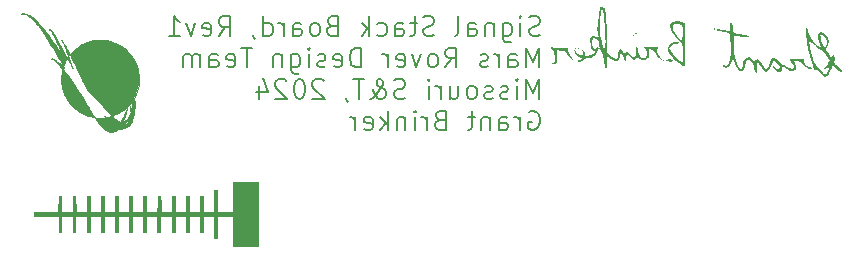
<source format=gbr>
G04 #@! TF.GenerationSoftware,KiCad,Pcbnew,7.0.5*
G04 #@! TF.CreationDate,2023-11-15T14:25:37-06:00*
G04 #@! TF.ProjectId,RotatingSignalStack_board,526f7461-7469-46e6-9753-69676e616c53,rev?*
G04 #@! TF.SameCoordinates,Original*
G04 #@! TF.FileFunction,Legend,Bot*
G04 #@! TF.FilePolarity,Positive*
%FSLAX46Y46*%
G04 Gerber Fmt 4.6, Leading zero omitted, Abs format (unit mm)*
G04 Created by KiCad (PCBNEW 7.0.5) date 2023-11-15 14:25:37*
%MOMM*%
%LPD*%
G01*
G04 APERTURE LIST*
%ADD10C,0.150000*%
%ADD11C,0.010000*%
G04 APERTURE END LIST*
D10*
X167226839Y-74287201D02*
X166990982Y-74365820D01*
X166990982Y-74365820D02*
X166597887Y-74365820D01*
X166597887Y-74365820D02*
X166440649Y-74287201D01*
X166440649Y-74287201D02*
X166362030Y-74208581D01*
X166362030Y-74208581D02*
X166283411Y-74051343D01*
X166283411Y-74051343D02*
X166283411Y-73894105D01*
X166283411Y-73894105D02*
X166362030Y-73736867D01*
X166362030Y-73736867D02*
X166440649Y-73658248D01*
X166440649Y-73658248D02*
X166597887Y-73579629D01*
X166597887Y-73579629D02*
X166912363Y-73501010D01*
X166912363Y-73501010D02*
X167069601Y-73422391D01*
X167069601Y-73422391D02*
X167148220Y-73343772D01*
X167148220Y-73343772D02*
X167226839Y-73186534D01*
X167226839Y-73186534D02*
X167226839Y-73029296D01*
X167226839Y-73029296D02*
X167148220Y-72872058D01*
X167148220Y-72872058D02*
X167069601Y-72793439D01*
X167069601Y-72793439D02*
X166912363Y-72714820D01*
X166912363Y-72714820D02*
X166519268Y-72714820D01*
X166519268Y-72714820D02*
X166283411Y-72793439D01*
X165575839Y-74365820D02*
X165575839Y-73265153D01*
X165575839Y-72714820D02*
X165654458Y-72793439D01*
X165654458Y-72793439D02*
X165575839Y-72872058D01*
X165575839Y-72872058D02*
X165497220Y-72793439D01*
X165497220Y-72793439D02*
X165575839Y-72714820D01*
X165575839Y-72714820D02*
X165575839Y-72872058D01*
X164082078Y-73265153D02*
X164082078Y-74601677D01*
X164082078Y-74601677D02*
X164160697Y-74758915D01*
X164160697Y-74758915D02*
X164239316Y-74837534D01*
X164239316Y-74837534D02*
X164396554Y-74916153D01*
X164396554Y-74916153D02*
X164632411Y-74916153D01*
X164632411Y-74916153D02*
X164789649Y-74837534D01*
X164082078Y-74287201D02*
X164239316Y-74365820D01*
X164239316Y-74365820D02*
X164553792Y-74365820D01*
X164553792Y-74365820D02*
X164711030Y-74287201D01*
X164711030Y-74287201D02*
X164789649Y-74208581D01*
X164789649Y-74208581D02*
X164868268Y-74051343D01*
X164868268Y-74051343D02*
X164868268Y-73579629D01*
X164868268Y-73579629D02*
X164789649Y-73422391D01*
X164789649Y-73422391D02*
X164711030Y-73343772D01*
X164711030Y-73343772D02*
X164553792Y-73265153D01*
X164553792Y-73265153D02*
X164239316Y-73265153D01*
X164239316Y-73265153D02*
X164082078Y-73343772D01*
X163295887Y-73265153D02*
X163295887Y-74365820D01*
X163295887Y-73422391D02*
X163217268Y-73343772D01*
X163217268Y-73343772D02*
X163060030Y-73265153D01*
X163060030Y-73265153D02*
X162824173Y-73265153D01*
X162824173Y-73265153D02*
X162666935Y-73343772D01*
X162666935Y-73343772D02*
X162588316Y-73501010D01*
X162588316Y-73501010D02*
X162588316Y-74365820D01*
X161094554Y-74365820D02*
X161094554Y-73501010D01*
X161094554Y-73501010D02*
X161173173Y-73343772D01*
X161173173Y-73343772D02*
X161330411Y-73265153D01*
X161330411Y-73265153D02*
X161644887Y-73265153D01*
X161644887Y-73265153D02*
X161802125Y-73343772D01*
X161094554Y-74287201D02*
X161251792Y-74365820D01*
X161251792Y-74365820D02*
X161644887Y-74365820D01*
X161644887Y-74365820D02*
X161802125Y-74287201D01*
X161802125Y-74287201D02*
X161880744Y-74129962D01*
X161880744Y-74129962D02*
X161880744Y-73972724D01*
X161880744Y-73972724D02*
X161802125Y-73815486D01*
X161802125Y-73815486D02*
X161644887Y-73736867D01*
X161644887Y-73736867D02*
X161251792Y-73736867D01*
X161251792Y-73736867D02*
X161094554Y-73658248D01*
X160072506Y-74365820D02*
X160229744Y-74287201D01*
X160229744Y-74287201D02*
X160308363Y-74129962D01*
X160308363Y-74129962D02*
X160308363Y-72714820D01*
X158264267Y-74287201D02*
X158028410Y-74365820D01*
X158028410Y-74365820D02*
X157635315Y-74365820D01*
X157635315Y-74365820D02*
X157478077Y-74287201D01*
X157478077Y-74287201D02*
X157399458Y-74208581D01*
X157399458Y-74208581D02*
X157320839Y-74051343D01*
X157320839Y-74051343D02*
X157320839Y-73894105D01*
X157320839Y-73894105D02*
X157399458Y-73736867D01*
X157399458Y-73736867D02*
X157478077Y-73658248D01*
X157478077Y-73658248D02*
X157635315Y-73579629D01*
X157635315Y-73579629D02*
X157949791Y-73501010D01*
X157949791Y-73501010D02*
X158107029Y-73422391D01*
X158107029Y-73422391D02*
X158185648Y-73343772D01*
X158185648Y-73343772D02*
X158264267Y-73186534D01*
X158264267Y-73186534D02*
X158264267Y-73029296D01*
X158264267Y-73029296D02*
X158185648Y-72872058D01*
X158185648Y-72872058D02*
X158107029Y-72793439D01*
X158107029Y-72793439D02*
X157949791Y-72714820D01*
X157949791Y-72714820D02*
X157556696Y-72714820D01*
X157556696Y-72714820D02*
X157320839Y-72793439D01*
X156849124Y-73265153D02*
X156220172Y-73265153D01*
X156613267Y-72714820D02*
X156613267Y-74129962D01*
X156613267Y-74129962D02*
X156534648Y-74287201D01*
X156534648Y-74287201D02*
X156377410Y-74365820D01*
X156377410Y-74365820D02*
X156220172Y-74365820D01*
X154962267Y-74365820D02*
X154962267Y-73501010D01*
X154962267Y-73501010D02*
X155040886Y-73343772D01*
X155040886Y-73343772D02*
X155198124Y-73265153D01*
X155198124Y-73265153D02*
X155512600Y-73265153D01*
X155512600Y-73265153D02*
X155669838Y-73343772D01*
X154962267Y-74287201D02*
X155119505Y-74365820D01*
X155119505Y-74365820D02*
X155512600Y-74365820D01*
X155512600Y-74365820D02*
X155669838Y-74287201D01*
X155669838Y-74287201D02*
X155748457Y-74129962D01*
X155748457Y-74129962D02*
X155748457Y-73972724D01*
X155748457Y-73972724D02*
X155669838Y-73815486D01*
X155669838Y-73815486D02*
X155512600Y-73736867D01*
X155512600Y-73736867D02*
X155119505Y-73736867D01*
X155119505Y-73736867D02*
X154962267Y-73658248D01*
X153468505Y-74287201D02*
X153625743Y-74365820D01*
X153625743Y-74365820D02*
X153940219Y-74365820D01*
X153940219Y-74365820D02*
X154097457Y-74287201D01*
X154097457Y-74287201D02*
X154176076Y-74208581D01*
X154176076Y-74208581D02*
X154254695Y-74051343D01*
X154254695Y-74051343D02*
X154254695Y-73579629D01*
X154254695Y-73579629D02*
X154176076Y-73422391D01*
X154176076Y-73422391D02*
X154097457Y-73343772D01*
X154097457Y-73343772D02*
X153940219Y-73265153D01*
X153940219Y-73265153D02*
X153625743Y-73265153D01*
X153625743Y-73265153D02*
X153468505Y-73343772D01*
X152760933Y-74365820D02*
X152760933Y-72714820D01*
X152603695Y-73736867D02*
X152131981Y-74365820D01*
X152131981Y-73265153D02*
X152760933Y-73894105D01*
X149616171Y-73501010D02*
X149380314Y-73579629D01*
X149380314Y-73579629D02*
X149301695Y-73658248D01*
X149301695Y-73658248D02*
X149223076Y-73815486D01*
X149223076Y-73815486D02*
X149223076Y-74051343D01*
X149223076Y-74051343D02*
X149301695Y-74208581D01*
X149301695Y-74208581D02*
X149380314Y-74287201D01*
X149380314Y-74287201D02*
X149537552Y-74365820D01*
X149537552Y-74365820D02*
X150166504Y-74365820D01*
X150166504Y-74365820D02*
X150166504Y-72714820D01*
X150166504Y-72714820D02*
X149616171Y-72714820D01*
X149616171Y-72714820D02*
X149458933Y-72793439D01*
X149458933Y-72793439D02*
X149380314Y-72872058D01*
X149380314Y-72872058D02*
X149301695Y-73029296D01*
X149301695Y-73029296D02*
X149301695Y-73186534D01*
X149301695Y-73186534D02*
X149380314Y-73343772D01*
X149380314Y-73343772D02*
X149458933Y-73422391D01*
X149458933Y-73422391D02*
X149616171Y-73501010D01*
X149616171Y-73501010D02*
X150166504Y-73501010D01*
X148279647Y-74365820D02*
X148436885Y-74287201D01*
X148436885Y-74287201D02*
X148515504Y-74208581D01*
X148515504Y-74208581D02*
X148594123Y-74051343D01*
X148594123Y-74051343D02*
X148594123Y-73579629D01*
X148594123Y-73579629D02*
X148515504Y-73422391D01*
X148515504Y-73422391D02*
X148436885Y-73343772D01*
X148436885Y-73343772D02*
X148279647Y-73265153D01*
X148279647Y-73265153D02*
X148043790Y-73265153D01*
X148043790Y-73265153D02*
X147886552Y-73343772D01*
X147886552Y-73343772D02*
X147807933Y-73422391D01*
X147807933Y-73422391D02*
X147729314Y-73579629D01*
X147729314Y-73579629D02*
X147729314Y-74051343D01*
X147729314Y-74051343D02*
X147807933Y-74208581D01*
X147807933Y-74208581D02*
X147886552Y-74287201D01*
X147886552Y-74287201D02*
X148043790Y-74365820D01*
X148043790Y-74365820D02*
X148279647Y-74365820D01*
X146314171Y-74365820D02*
X146314171Y-73501010D01*
X146314171Y-73501010D02*
X146392790Y-73343772D01*
X146392790Y-73343772D02*
X146550028Y-73265153D01*
X146550028Y-73265153D02*
X146864504Y-73265153D01*
X146864504Y-73265153D02*
X147021742Y-73343772D01*
X146314171Y-74287201D02*
X146471409Y-74365820D01*
X146471409Y-74365820D02*
X146864504Y-74365820D01*
X146864504Y-74365820D02*
X147021742Y-74287201D01*
X147021742Y-74287201D02*
X147100361Y-74129962D01*
X147100361Y-74129962D02*
X147100361Y-73972724D01*
X147100361Y-73972724D02*
X147021742Y-73815486D01*
X147021742Y-73815486D02*
X146864504Y-73736867D01*
X146864504Y-73736867D02*
X146471409Y-73736867D01*
X146471409Y-73736867D02*
X146314171Y-73658248D01*
X145527980Y-74365820D02*
X145527980Y-73265153D01*
X145527980Y-73579629D02*
X145449361Y-73422391D01*
X145449361Y-73422391D02*
X145370742Y-73343772D01*
X145370742Y-73343772D02*
X145213504Y-73265153D01*
X145213504Y-73265153D02*
X145056266Y-73265153D01*
X143798361Y-74365820D02*
X143798361Y-72714820D01*
X143798361Y-74287201D02*
X143955599Y-74365820D01*
X143955599Y-74365820D02*
X144270075Y-74365820D01*
X144270075Y-74365820D02*
X144427313Y-74287201D01*
X144427313Y-74287201D02*
X144505932Y-74208581D01*
X144505932Y-74208581D02*
X144584551Y-74051343D01*
X144584551Y-74051343D02*
X144584551Y-73579629D01*
X144584551Y-73579629D02*
X144505932Y-73422391D01*
X144505932Y-73422391D02*
X144427313Y-73343772D01*
X144427313Y-73343772D02*
X144270075Y-73265153D01*
X144270075Y-73265153D02*
X143955599Y-73265153D01*
X143955599Y-73265153D02*
X143798361Y-73343772D01*
X142933551Y-74287201D02*
X142933551Y-74365820D01*
X142933551Y-74365820D02*
X143012170Y-74523058D01*
X143012170Y-74523058D02*
X143090789Y-74601677D01*
X140024647Y-74365820D02*
X140574980Y-73579629D01*
X140968075Y-74365820D02*
X140968075Y-72714820D01*
X140968075Y-72714820D02*
X140339123Y-72714820D01*
X140339123Y-72714820D02*
X140181885Y-72793439D01*
X140181885Y-72793439D02*
X140103266Y-72872058D01*
X140103266Y-72872058D02*
X140024647Y-73029296D01*
X140024647Y-73029296D02*
X140024647Y-73265153D01*
X140024647Y-73265153D02*
X140103266Y-73422391D01*
X140103266Y-73422391D02*
X140181885Y-73501010D01*
X140181885Y-73501010D02*
X140339123Y-73579629D01*
X140339123Y-73579629D02*
X140968075Y-73579629D01*
X138688123Y-74287201D02*
X138845361Y-74365820D01*
X138845361Y-74365820D02*
X139159837Y-74365820D01*
X139159837Y-74365820D02*
X139317075Y-74287201D01*
X139317075Y-74287201D02*
X139395694Y-74129962D01*
X139395694Y-74129962D02*
X139395694Y-73501010D01*
X139395694Y-73501010D02*
X139317075Y-73343772D01*
X139317075Y-73343772D02*
X139159837Y-73265153D01*
X139159837Y-73265153D02*
X138845361Y-73265153D01*
X138845361Y-73265153D02*
X138688123Y-73343772D01*
X138688123Y-73343772D02*
X138609504Y-73501010D01*
X138609504Y-73501010D02*
X138609504Y-73658248D01*
X138609504Y-73658248D02*
X139395694Y-73815486D01*
X138059170Y-73265153D02*
X137666075Y-74365820D01*
X137666075Y-74365820D02*
X137272980Y-73265153D01*
X135779218Y-74365820D02*
X136722646Y-74365820D01*
X136250932Y-74365820D02*
X136250932Y-72714820D01*
X136250932Y-72714820D02*
X136408170Y-72950677D01*
X136408170Y-72950677D02*
X136565408Y-73107915D01*
X136565408Y-73107915D02*
X136722646Y-73186534D01*
X167148220Y-77023930D02*
X167148220Y-75372930D01*
X167148220Y-75372930D02*
X166597887Y-76552215D01*
X166597887Y-76552215D02*
X166047554Y-75372930D01*
X166047554Y-75372930D02*
X166047554Y-77023930D01*
X164553792Y-77023930D02*
X164553792Y-76159120D01*
X164553792Y-76159120D02*
X164632411Y-76001882D01*
X164632411Y-76001882D02*
X164789649Y-75923263D01*
X164789649Y-75923263D02*
X165104125Y-75923263D01*
X165104125Y-75923263D02*
X165261363Y-76001882D01*
X164553792Y-76945311D02*
X164711030Y-77023930D01*
X164711030Y-77023930D02*
X165104125Y-77023930D01*
X165104125Y-77023930D02*
X165261363Y-76945311D01*
X165261363Y-76945311D02*
X165339982Y-76788072D01*
X165339982Y-76788072D02*
X165339982Y-76630834D01*
X165339982Y-76630834D02*
X165261363Y-76473596D01*
X165261363Y-76473596D02*
X165104125Y-76394977D01*
X165104125Y-76394977D02*
X164711030Y-76394977D01*
X164711030Y-76394977D02*
X164553792Y-76316358D01*
X163767601Y-77023930D02*
X163767601Y-75923263D01*
X163767601Y-76237739D02*
X163688982Y-76080501D01*
X163688982Y-76080501D02*
X163610363Y-76001882D01*
X163610363Y-76001882D02*
X163453125Y-75923263D01*
X163453125Y-75923263D02*
X163295887Y-75923263D01*
X162824172Y-76945311D02*
X162666934Y-77023930D01*
X162666934Y-77023930D02*
X162352458Y-77023930D01*
X162352458Y-77023930D02*
X162195220Y-76945311D01*
X162195220Y-76945311D02*
X162116601Y-76788072D01*
X162116601Y-76788072D02*
X162116601Y-76709453D01*
X162116601Y-76709453D02*
X162195220Y-76552215D01*
X162195220Y-76552215D02*
X162352458Y-76473596D01*
X162352458Y-76473596D02*
X162588315Y-76473596D01*
X162588315Y-76473596D02*
X162745553Y-76394977D01*
X162745553Y-76394977D02*
X162824172Y-76237739D01*
X162824172Y-76237739D02*
X162824172Y-76159120D01*
X162824172Y-76159120D02*
X162745553Y-76001882D01*
X162745553Y-76001882D02*
X162588315Y-75923263D01*
X162588315Y-75923263D02*
X162352458Y-75923263D01*
X162352458Y-75923263D02*
X162195220Y-76001882D01*
X159207696Y-77023930D02*
X159758029Y-76237739D01*
X160151124Y-77023930D02*
X160151124Y-75372930D01*
X160151124Y-75372930D02*
X159522172Y-75372930D01*
X159522172Y-75372930D02*
X159364934Y-75451549D01*
X159364934Y-75451549D02*
X159286315Y-75530168D01*
X159286315Y-75530168D02*
X159207696Y-75687406D01*
X159207696Y-75687406D02*
X159207696Y-75923263D01*
X159207696Y-75923263D02*
X159286315Y-76080501D01*
X159286315Y-76080501D02*
X159364934Y-76159120D01*
X159364934Y-76159120D02*
X159522172Y-76237739D01*
X159522172Y-76237739D02*
X160151124Y-76237739D01*
X158264267Y-77023930D02*
X158421505Y-76945311D01*
X158421505Y-76945311D02*
X158500124Y-76866691D01*
X158500124Y-76866691D02*
X158578743Y-76709453D01*
X158578743Y-76709453D02*
X158578743Y-76237739D01*
X158578743Y-76237739D02*
X158500124Y-76080501D01*
X158500124Y-76080501D02*
X158421505Y-76001882D01*
X158421505Y-76001882D02*
X158264267Y-75923263D01*
X158264267Y-75923263D02*
X158028410Y-75923263D01*
X158028410Y-75923263D02*
X157871172Y-76001882D01*
X157871172Y-76001882D02*
X157792553Y-76080501D01*
X157792553Y-76080501D02*
X157713934Y-76237739D01*
X157713934Y-76237739D02*
X157713934Y-76709453D01*
X157713934Y-76709453D02*
X157792553Y-76866691D01*
X157792553Y-76866691D02*
X157871172Y-76945311D01*
X157871172Y-76945311D02*
X158028410Y-77023930D01*
X158028410Y-77023930D02*
X158264267Y-77023930D01*
X157163600Y-75923263D02*
X156770505Y-77023930D01*
X156770505Y-77023930D02*
X156377410Y-75923263D01*
X155119505Y-76945311D02*
X155276743Y-77023930D01*
X155276743Y-77023930D02*
X155591219Y-77023930D01*
X155591219Y-77023930D02*
X155748457Y-76945311D01*
X155748457Y-76945311D02*
X155827076Y-76788072D01*
X155827076Y-76788072D02*
X155827076Y-76159120D01*
X155827076Y-76159120D02*
X155748457Y-76001882D01*
X155748457Y-76001882D02*
X155591219Y-75923263D01*
X155591219Y-75923263D02*
X155276743Y-75923263D01*
X155276743Y-75923263D02*
X155119505Y-76001882D01*
X155119505Y-76001882D02*
X155040886Y-76159120D01*
X155040886Y-76159120D02*
X155040886Y-76316358D01*
X155040886Y-76316358D02*
X155827076Y-76473596D01*
X154333314Y-77023930D02*
X154333314Y-75923263D01*
X154333314Y-76237739D02*
X154254695Y-76080501D01*
X154254695Y-76080501D02*
X154176076Y-76001882D01*
X154176076Y-76001882D02*
X154018838Y-75923263D01*
X154018838Y-75923263D02*
X153861600Y-75923263D01*
X152053361Y-77023930D02*
X152053361Y-75372930D01*
X152053361Y-75372930D02*
X151660266Y-75372930D01*
X151660266Y-75372930D02*
X151424409Y-75451549D01*
X151424409Y-75451549D02*
X151267171Y-75608787D01*
X151267171Y-75608787D02*
X151188552Y-75766025D01*
X151188552Y-75766025D02*
X151109933Y-76080501D01*
X151109933Y-76080501D02*
X151109933Y-76316358D01*
X151109933Y-76316358D02*
X151188552Y-76630834D01*
X151188552Y-76630834D02*
X151267171Y-76788072D01*
X151267171Y-76788072D02*
X151424409Y-76945311D01*
X151424409Y-76945311D02*
X151660266Y-77023930D01*
X151660266Y-77023930D02*
X152053361Y-77023930D01*
X149773409Y-76945311D02*
X149930647Y-77023930D01*
X149930647Y-77023930D02*
X150245123Y-77023930D01*
X150245123Y-77023930D02*
X150402361Y-76945311D01*
X150402361Y-76945311D02*
X150480980Y-76788072D01*
X150480980Y-76788072D02*
X150480980Y-76159120D01*
X150480980Y-76159120D02*
X150402361Y-76001882D01*
X150402361Y-76001882D02*
X150245123Y-75923263D01*
X150245123Y-75923263D02*
X149930647Y-75923263D01*
X149930647Y-75923263D02*
X149773409Y-76001882D01*
X149773409Y-76001882D02*
X149694790Y-76159120D01*
X149694790Y-76159120D02*
X149694790Y-76316358D01*
X149694790Y-76316358D02*
X150480980Y-76473596D01*
X149065837Y-76945311D02*
X148908599Y-77023930D01*
X148908599Y-77023930D02*
X148594123Y-77023930D01*
X148594123Y-77023930D02*
X148436885Y-76945311D01*
X148436885Y-76945311D02*
X148358266Y-76788072D01*
X148358266Y-76788072D02*
X148358266Y-76709453D01*
X148358266Y-76709453D02*
X148436885Y-76552215D01*
X148436885Y-76552215D02*
X148594123Y-76473596D01*
X148594123Y-76473596D02*
X148829980Y-76473596D01*
X148829980Y-76473596D02*
X148987218Y-76394977D01*
X148987218Y-76394977D02*
X149065837Y-76237739D01*
X149065837Y-76237739D02*
X149065837Y-76159120D01*
X149065837Y-76159120D02*
X148987218Y-76001882D01*
X148987218Y-76001882D02*
X148829980Y-75923263D01*
X148829980Y-75923263D02*
X148594123Y-75923263D01*
X148594123Y-75923263D02*
X148436885Y-76001882D01*
X147650694Y-77023930D02*
X147650694Y-75923263D01*
X147650694Y-75372930D02*
X147729313Y-75451549D01*
X147729313Y-75451549D02*
X147650694Y-75530168D01*
X147650694Y-75530168D02*
X147572075Y-75451549D01*
X147572075Y-75451549D02*
X147650694Y-75372930D01*
X147650694Y-75372930D02*
X147650694Y-75530168D01*
X146156933Y-75923263D02*
X146156933Y-77259787D01*
X146156933Y-77259787D02*
X146235552Y-77417025D01*
X146235552Y-77417025D02*
X146314171Y-77495644D01*
X146314171Y-77495644D02*
X146471409Y-77574263D01*
X146471409Y-77574263D02*
X146707266Y-77574263D01*
X146707266Y-77574263D02*
X146864504Y-77495644D01*
X146156933Y-76945311D02*
X146314171Y-77023930D01*
X146314171Y-77023930D02*
X146628647Y-77023930D01*
X146628647Y-77023930D02*
X146785885Y-76945311D01*
X146785885Y-76945311D02*
X146864504Y-76866691D01*
X146864504Y-76866691D02*
X146943123Y-76709453D01*
X146943123Y-76709453D02*
X146943123Y-76237739D01*
X146943123Y-76237739D02*
X146864504Y-76080501D01*
X146864504Y-76080501D02*
X146785885Y-76001882D01*
X146785885Y-76001882D02*
X146628647Y-75923263D01*
X146628647Y-75923263D02*
X146314171Y-75923263D01*
X146314171Y-75923263D02*
X146156933Y-76001882D01*
X145370742Y-75923263D02*
X145370742Y-77023930D01*
X145370742Y-76080501D02*
X145292123Y-76001882D01*
X145292123Y-76001882D02*
X145134885Y-75923263D01*
X145134885Y-75923263D02*
X144899028Y-75923263D01*
X144899028Y-75923263D02*
X144741790Y-76001882D01*
X144741790Y-76001882D02*
X144663171Y-76159120D01*
X144663171Y-76159120D02*
X144663171Y-77023930D01*
X142854932Y-75372930D02*
X141911504Y-75372930D01*
X142383218Y-77023930D02*
X142383218Y-75372930D01*
X140732218Y-76945311D02*
X140889456Y-77023930D01*
X140889456Y-77023930D02*
X141203932Y-77023930D01*
X141203932Y-77023930D02*
X141361170Y-76945311D01*
X141361170Y-76945311D02*
X141439789Y-76788072D01*
X141439789Y-76788072D02*
X141439789Y-76159120D01*
X141439789Y-76159120D02*
X141361170Y-76001882D01*
X141361170Y-76001882D02*
X141203932Y-75923263D01*
X141203932Y-75923263D02*
X140889456Y-75923263D01*
X140889456Y-75923263D02*
X140732218Y-76001882D01*
X140732218Y-76001882D02*
X140653599Y-76159120D01*
X140653599Y-76159120D02*
X140653599Y-76316358D01*
X140653599Y-76316358D02*
X141439789Y-76473596D01*
X139238456Y-77023930D02*
X139238456Y-76159120D01*
X139238456Y-76159120D02*
X139317075Y-76001882D01*
X139317075Y-76001882D02*
X139474313Y-75923263D01*
X139474313Y-75923263D02*
X139788789Y-75923263D01*
X139788789Y-75923263D02*
X139946027Y-76001882D01*
X139238456Y-76945311D02*
X139395694Y-77023930D01*
X139395694Y-77023930D02*
X139788789Y-77023930D01*
X139788789Y-77023930D02*
X139946027Y-76945311D01*
X139946027Y-76945311D02*
X140024646Y-76788072D01*
X140024646Y-76788072D02*
X140024646Y-76630834D01*
X140024646Y-76630834D02*
X139946027Y-76473596D01*
X139946027Y-76473596D02*
X139788789Y-76394977D01*
X139788789Y-76394977D02*
X139395694Y-76394977D01*
X139395694Y-76394977D02*
X139238456Y-76316358D01*
X138452265Y-77023930D02*
X138452265Y-75923263D01*
X138452265Y-76080501D02*
X138373646Y-76001882D01*
X138373646Y-76001882D02*
X138216408Y-75923263D01*
X138216408Y-75923263D02*
X137980551Y-75923263D01*
X137980551Y-75923263D02*
X137823313Y-76001882D01*
X137823313Y-76001882D02*
X137744694Y-76159120D01*
X137744694Y-76159120D02*
X137744694Y-77023930D01*
X137744694Y-76159120D02*
X137666075Y-76001882D01*
X137666075Y-76001882D02*
X137508837Y-75923263D01*
X137508837Y-75923263D02*
X137272980Y-75923263D01*
X137272980Y-75923263D02*
X137115741Y-76001882D01*
X137115741Y-76001882D02*
X137037122Y-76159120D01*
X137037122Y-76159120D02*
X137037122Y-77023930D01*
X167148220Y-79682040D02*
X167148220Y-78031040D01*
X167148220Y-78031040D02*
X166597887Y-79210325D01*
X166597887Y-79210325D02*
X166047554Y-78031040D01*
X166047554Y-78031040D02*
X166047554Y-79682040D01*
X165261363Y-79682040D02*
X165261363Y-78581373D01*
X165261363Y-78031040D02*
X165339982Y-78109659D01*
X165339982Y-78109659D02*
X165261363Y-78188278D01*
X165261363Y-78188278D02*
X165182744Y-78109659D01*
X165182744Y-78109659D02*
X165261363Y-78031040D01*
X165261363Y-78031040D02*
X165261363Y-78188278D01*
X164553792Y-79603421D02*
X164396554Y-79682040D01*
X164396554Y-79682040D02*
X164082078Y-79682040D01*
X164082078Y-79682040D02*
X163924840Y-79603421D01*
X163924840Y-79603421D02*
X163846221Y-79446182D01*
X163846221Y-79446182D02*
X163846221Y-79367563D01*
X163846221Y-79367563D02*
X163924840Y-79210325D01*
X163924840Y-79210325D02*
X164082078Y-79131706D01*
X164082078Y-79131706D02*
X164317935Y-79131706D01*
X164317935Y-79131706D02*
X164475173Y-79053087D01*
X164475173Y-79053087D02*
X164553792Y-78895849D01*
X164553792Y-78895849D02*
X164553792Y-78817230D01*
X164553792Y-78817230D02*
X164475173Y-78659992D01*
X164475173Y-78659992D02*
X164317935Y-78581373D01*
X164317935Y-78581373D02*
X164082078Y-78581373D01*
X164082078Y-78581373D02*
X163924840Y-78659992D01*
X163217268Y-79603421D02*
X163060030Y-79682040D01*
X163060030Y-79682040D02*
X162745554Y-79682040D01*
X162745554Y-79682040D02*
X162588316Y-79603421D01*
X162588316Y-79603421D02*
X162509697Y-79446182D01*
X162509697Y-79446182D02*
X162509697Y-79367563D01*
X162509697Y-79367563D02*
X162588316Y-79210325D01*
X162588316Y-79210325D02*
X162745554Y-79131706D01*
X162745554Y-79131706D02*
X162981411Y-79131706D01*
X162981411Y-79131706D02*
X163138649Y-79053087D01*
X163138649Y-79053087D02*
X163217268Y-78895849D01*
X163217268Y-78895849D02*
X163217268Y-78817230D01*
X163217268Y-78817230D02*
X163138649Y-78659992D01*
X163138649Y-78659992D02*
X162981411Y-78581373D01*
X162981411Y-78581373D02*
X162745554Y-78581373D01*
X162745554Y-78581373D02*
X162588316Y-78659992D01*
X161566268Y-79682040D02*
X161723506Y-79603421D01*
X161723506Y-79603421D02*
X161802125Y-79524801D01*
X161802125Y-79524801D02*
X161880744Y-79367563D01*
X161880744Y-79367563D02*
X161880744Y-78895849D01*
X161880744Y-78895849D02*
X161802125Y-78738611D01*
X161802125Y-78738611D02*
X161723506Y-78659992D01*
X161723506Y-78659992D02*
X161566268Y-78581373D01*
X161566268Y-78581373D02*
X161330411Y-78581373D01*
X161330411Y-78581373D02*
X161173173Y-78659992D01*
X161173173Y-78659992D02*
X161094554Y-78738611D01*
X161094554Y-78738611D02*
X161015935Y-78895849D01*
X161015935Y-78895849D02*
X161015935Y-79367563D01*
X161015935Y-79367563D02*
X161094554Y-79524801D01*
X161094554Y-79524801D02*
X161173173Y-79603421D01*
X161173173Y-79603421D02*
X161330411Y-79682040D01*
X161330411Y-79682040D02*
X161566268Y-79682040D01*
X159600792Y-78581373D02*
X159600792Y-79682040D01*
X160308363Y-78581373D02*
X160308363Y-79446182D01*
X160308363Y-79446182D02*
X160229744Y-79603421D01*
X160229744Y-79603421D02*
X160072506Y-79682040D01*
X160072506Y-79682040D02*
X159836649Y-79682040D01*
X159836649Y-79682040D02*
X159679411Y-79603421D01*
X159679411Y-79603421D02*
X159600792Y-79524801D01*
X158814601Y-79682040D02*
X158814601Y-78581373D01*
X158814601Y-78895849D02*
X158735982Y-78738611D01*
X158735982Y-78738611D02*
X158657363Y-78659992D01*
X158657363Y-78659992D02*
X158500125Y-78581373D01*
X158500125Y-78581373D02*
X158342887Y-78581373D01*
X157792553Y-79682040D02*
X157792553Y-78581373D01*
X157792553Y-78031040D02*
X157871172Y-78109659D01*
X157871172Y-78109659D02*
X157792553Y-78188278D01*
X157792553Y-78188278D02*
X157713934Y-78109659D01*
X157713934Y-78109659D02*
X157792553Y-78031040D01*
X157792553Y-78031040D02*
X157792553Y-78188278D01*
X155827077Y-79603421D02*
X155591220Y-79682040D01*
X155591220Y-79682040D02*
X155198125Y-79682040D01*
X155198125Y-79682040D02*
X155040887Y-79603421D01*
X155040887Y-79603421D02*
X154962268Y-79524801D01*
X154962268Y-79524801D02*
X154883649Y-79367563D01*
X154883649Y-79367563D02*
X154883649Y-79210325D01*
X154883649Y-79210325D02*
X154962268Y-79053087D01*
X154962268Y-79053087D02*
X155040887Y-78974468D01*
X155040887Y-78974468D02*
X155198125Y-78895849D01*
X155198125Y-78895849D02*
X155512601Y-78817230D01*
X155512601Y-78817230D02*
X155669839Y-78738611D01*
X155669839Y-78738611D02*
X155748458Y-78659992D01*
X155748458Y-78659992D02*
X155827077Y-78502754D01*
X155827077Y-78502754D02*
X155827077Y-78345516D01*
X155827077Y-78345516D02*
X155748458Y-78188278D01*
X155748458Y-78188278D02*
X155669839Y-78109659D01*
X155669839Y-78109659D02*
X155512601Y-78031040D01*
X155512601Y-78031040D02*
X155119506Y-78031040D01*
X155119506Y-78031040D02*
X154883649Y-78109659D01*
X152839553Y-79682040D02*
X152918173Y-79682040D01*
X152918173Y-79682040D02*
X153075411Y-79603421D01*
X153075411Y-79603421D02*
X153311268Y-79367563D01*
X153311268Y-79367563D02*
X153704363Y-78895849D01*
X153704363Y-78895849D02*
X153861601Y-78659992D01*
X153861601Y-78659992D02*
X153940220Y-78424135D01*
X153940220Y-78424135D02*
X153940220Y-78266897D01*
X153940220Y-78266897D02*
X153861601Y-78109659D01*
X153861601Y-78109659D02*
X153704363Y-78031040D01*
X153704363Y-78031040D02*
X153625744Y-78031040D01*
X153625744Y-78031040D02*
X153468506Y-78109659D01*
X153468506Y-78109659D02*
X153389887Y-78266897D01*
X153389887Y-78266897D02*
X153389887Y-78345516D01*
X153389887Y-78345516D02*
X153468506Y-78502754D01*
X153468506Y-78502754D02*
X153547125Y-78581373D01*
X153547125Y-78581373D02*
X154018839Y-78895849D01*
X154018839Y-78895849D02*
X154097458Y-78974468D01*
X154097458Y-78974468D02*
X154176077Y-79131706D01*
X154176077Y-79131706D02*
X154176077Y-79367563D01*
X154176077Y-79367563D02*
X154097458Y-79524801D01*
X154097458Y-79524801D02*
X154018839Y-79603421D01*
X154018839Y-79603421D02*
X153861601Y-79682040D01*
X153861601Y-79682040D02*
X153625744Y-79682040D01*
X153625744Y-79682040D02*
X153468506Y-79603421D01*
X153468506Y-79603421D02*
X153389887Y-79524801D01*
X153389887Y-79524801D02*
X153154030Y-79210325D01*
X153154030Y-79210325D02*
X153075411Y-78974468D01*
X153075411Y-78974468D02*
X153075411Y-78817230D01*
X152367839Y-78031040D02*
X151424411Y-78031040D01*
X151896125Y-79682040D02*
X151896125Y-78031040D01*
X150795458Y-79603421D02*
X150795458Y-79682040D01*
X150795458Y-79682040D02*
X150874077Y-79839278D01*
X150874077Y-79839278D02*
X150952696Y-79917897D01*
X148908601Y-78188278D02*
X148829982Y-78109659D01*
X148829982Y-78109659D02*
X148672744Y-78031040D01*
X148672744Y-78031040D02*
X148279649Y-78031040D01*
X148279649Y-78031040D02*
X148122411Y-78109659D01*
X148122411Y-78109659D02*
X148043792Y-78188278D01*
X148043792Y-78188278D02*
X147965173Y-78345516D01*
X147965173Y-78345516D02*
X147965173Y-78502754D01*
X147965173Y-78502754D02*
X148043792Y-78738611D01*
X148043792Y-78738611D02*
X148987220Y-79682040D01*
X148987220Y-79682040D02*
X147965173Y-79682040D01*
X146943125Y-78031040D02*
X146785887Y-78031040D01*
X146785887Y-78031040D02*
X146628649Y-78109659D01*
X146628649Y-78109659D02*
X146550030Y-78188278D01*
X146550030Y-78188278D02*
X146471411Y-78345516D01*
X146471411Y-78345516D02*
X146392792Y-78659992D01*
X146392792Y-78659992D02*
X146392792Y-79053087D01*
X146392792Y-79053087D02*
X146471411Y-79367563D01*
X146471411Y-79367563D02*
X146550030Y-79524801D01*
X146550030Y-79524801D02*
X146628649Y-79603421D01*
X146628649Y-79603421D02*
X146785887Y-79682040D01*
X146785887Y-79682040D02*
X146943125Y-79682040D01*
X146943125Y-79682040D02*
X147100363Y-79603421D01*
X147100363Y-79603421D02*
X147178982Y-79524801D01*
X147178982Y-79524801D02*
X147257601Y-79367563D01*
X147257601Y-79367563D02*
X147336220Y-79053087D01*
X147336220Y-79053087D02*
X147336220Y-78659992D01*
X147336220Y-78659992D02*
X147257601Y-78345516D01*
X147257601Y-78345516D02*
X147178982Y-78188278D01*
X147178982Y-78188278D02*
X147100363Y-78109659D01*
X147100363Y-78109659D02*
X146943125Y-78031040D01*
X145763839Y-78188278D02*
X145685220Y-78109659D01*
X145685220Y-78109659D02*
X145527982Y-78031040D01*
X145527982Y-78031040D02*
X145134887Y-78031040D01*
X145134887Y-78031040D02*
X144977649Y-78109659D01*
X144977649Y-78109659D02*
X144899030Y-78188278D01*
X144899030Y-78188278D02*
X144820411Y-78345516D01*
X144820411Y-78345516D02*
X144820411Y-78502754D01*
X144820411Y-78502754D02*
X144899030Y-78738611D01*
X144899030Y-78738611D02*
X145842458Y-79682040D01*
X145842458Y-79682040D02*
X144820411Y-79682040D01*
X143405268Y-78581373D02*
X143405268Y-79682040D01*
X143798363Y-77952421D02*
X144191458Y-79131706D01*
X144191458Y-79131706D02*
X143169411Y-79131706D01*
X166283411Y-80767769D02*
X166440649Y-80689150D01*
X166440649Y-80689150D02*
X166676506Y-80689150D01*
X166676506Y-80689150D02*
X166912363Y-80767769D01*
X166912363Y-80767769D02*
X167069601Y-80925007D01*
X167069601Y-80925007D02*
X167148220Y-81082245D01*
X167148220Y-81082245D02*
X167226839Y-81396721D01*
X167226839Y-81396721D02*
X167226839Y-81632578D01*
X167226839Y-81632578D02*
X167148220Y-81947054D01*
X167148220Y-81947054D02*
X167069601Y-82104292D01*
X167069601Y-82104292D02*
X166912363Y-82261531D01*
X166912363Y-82261531D02*
X166676506Y-82340150D01*
X166676506Y-82340150D02*
X166519268Y-82340150D01*
X166519268Y-82340150D02*
X166283411Y-82261531D01*
X166283411Y-82261531D02*
X166204792Y-82182911D01*
X166204792Y-82182911D02*
X166204792Y-81632578D01*
X166204792Y-81632578D02*
X166519268Y-81632578D01*
X165497220Y-82340150D02*
X165497220Y-81239483D01*
X165497220Y-81553959D02*
X165418601Y-81396721D01*
X165418601Y-81396721D02*
X165339982Y-81318102D01*
X165339982Y-81318102D02*
X165182744Y-81239483D01*
X165182744Y-81239483D02*
X165025506Y-81239483D01*
X163767601Y-82340150D02*
X163767601Y-81475340D01*
X163767601Y-81475340D02*
X163846220Y-81318102D01*
X163846220Y-81318102D02*
X164003458Y-81239483D01*
X164003458Y-81239483D02*
X164317934Y-81239483D01*
X164317934Y-81239483D02*
X164475172Y-81318102D01*
X163767601Y-82261531D02*
X163924839Y-82340150D01*
X163924839Y-82340150D02*
X164317934Y-82340150D01*
X164317934Y-82340150D02*
X164475172Y-82261531D01*
X164475172Y-82261531D02*
X164553791Y-82104292D01*
X164553791Y-82104292D02*
X164553791Y-81947054D01*
X164553791Y-81947054D02*
X164475172Y-81789816D01*
X164475172Y-81789816D02*
X164317934Y-81711197D01*
X164317934Y-81711197D02*
X163924839Y-81711197D01*
X163924839Y-81711197D02*
X163767601Y-81632578D01*
X162981410Y-81239483D02*
X162981410Y-82340150D01*
X162981410Y-81396721D02*
X162902791Y-81318102D01*
X162902791Y-81318102D02*
X162745553Y-81239483D01*
X162745553Y-81239483D02*
X162509696Y-81239483D01*
X162509696Y-81239483D02*
X162352458Y-81318102D01*
X162352458Y-81318102D02*
X162273839Y-81475340D01*
X162273839Y-81475340D02*
X162273839Y-82340150D01*
X161723505Y-81239483D02*
X161094553Y-81239483D01*
X161487648Y-80689150D02*
X161487648Y-82104292D01*
X161487648Y-82104292D02*
X161409029Y-82261531D01*
X161409029Y-82261531D02*
X161251791Y-82340150D01*
X161251791Y-82340150D02*
X161094553Y-82340150D01*
X158735981Y-81475340D02*
X158500124Y-81553959D01*
X158500124Y-81553959D02*
X158421505Y-81632578D01*
X158421505Y-81632578D02*
X158342886Y-81789816D01*
X158342886Y-81789816D02*
X158342886Y-82025673D01*
X158342886Y-82025673D02*
X158421505Y-82182911D01*
X158421505Y-82182911D02*
X158500124Y-82261531D01*
X158500124Y-82261531D02*
X158657362Y-82340150D01*
X158657362Y-82340150D02*
X159286314Y-82340150D01*
X159286314Y-82340150D02*
X159286314Y-80689150D01*
X159286314Y-80689150D02*
X158735981Y-80689150D01*
X158735981Y-80689150D02*
X158578743Y-80767769D01*
X158578743Y-80767769D02*
X158500124Y-80846388D01*
X158500124Y-80846388D02*
X158421505Y-81003626D01*
X158421505Y-81003626D02*
X158421505Y-81160864D01*
X158421505Y-81160864D02*
X158500124Y-81318102D01*
X158500124Y-81318102D02*
X158578743Y-81396721D01*
X158578743Y-81396721D02*
X158735981Y-81475340D01*
X158735981Y-81475340D02*
X159286314Y-81475340D01*
X157635314Y-82340150D02*
X157635314Y-81239483D01*
X157635314Y-81553959D02*
X157556695Y-81396721D01*
X157556695Y-81396721D02*
X157478076Y-81318102D01*
X157478076Y-81318102D02*
X157320838Y-81239483D01*
X157320838Y-81239483D02*
X157163600Y-81239483D01*
X156613266Y-82340150D02*
X156613266Y-81239483D01*
X156613266Y-80689150D02*
X156691885Y-80767769D01*
X156691885Y-80767769D02*
X156613266Y-80846388D01*
X156613266Y-80846388D02*
X156534647Y-80767769D01*
X156534647Y-80767769D02*
X156613266Y-80689150D01*
X156613266Y-80689150D02*
X156613266Y-80846388D01*
X155827076Y-81239483D02*
X155827076Y-82340150D01*
X155827076Y-81396721D02*
X155748457Y-81318102D01*
X155748457Y-81318102D02*
X155591219Y-81239483D01*
X155591219Y-81239483D02*
X155355362Y-81239483D01*
X155355362Y-81239483D02*
X155198124Y-81318102D01*
X155198124Y-81318102D02*
X155119505Y-81475340D01*
X155119505Y-81475340D02*
X155119505Y-82340150D01*
X154333314Y-82340150D02*
X154333314Y-80689150D01*
X154176076Y-81711197D02*
X153704362Y-82340150D01*
X153704362Y-81239483D02*
X154333314Y-81868435D01*
X152367838Y-82261531D02*
X152525076Y-82340150D01*
X152525076Y-82340150D02*
X152839552Y-82340150D01*
X152839552Y-82340150D02*
X152996790Y-82261531D01*
X152996790Y-82261531D02*
X153075409Y-82104292D01*
X153075409Y-82104292D02*
X153075409Y-81475340D01*
X153075409Y-81475340D02*
X152996790Y-81318102D01*
X152996790Y-81318102D02*
X152839552Y-81239483D01*
X152839552Y-81239483D02*
X152525076Y-81239483D01*
X152525076Y-81239483D02*
X152367838Y-81318102D01*
X152367838Y-81318102D02*
X152289219Y-81475340D01*
X152289219Y-81475340D02*
X152289219Y-81632578D01*
X152289219Y-81632578D02*
X153075409Y-81789816D01*
X151581647Y-82340150D02*
X151581647Y-81239483D01*
X151581647Y-81553959D02*
X151503028Y-81396721D01*
X151503028Y-81396721D02*
X151424409Y-81318102D01*
X151424409Y-81318102D02*
X151267171Y-81239483D01*
X151267171Y-81239483D02*
X151109933Y-81239483D01*
G04 #@! TO.C,G\u002A\u002A\u002A*
G36*
X181867819Y-73752305D02*
G01*
X181835989Y-73784135D01*
X181804160Y-73752305D01*
X181835989Y-73720476D01*
X181867819Y-73752305D01*
G37*
G36*
X179512431Y-77126240D02*
G01*
X179480601Y-77158070D01*
X179448771Y-77126240D01*
X179480601Y-77094411D01*
X179512431Y-77126240D01*
G37*
G36*
X177729974Y-76425990D02*
G01*
X177698145Y-76457819D01*
X177666315Y-76425990D01*
X177698145Y-76394160D01*
X177729974Y-76425990D01*
G37*
G36*
X175183609Y-74325238D02*
G01*
X175151779Y-74357067D01*
X175119949Y-74325238D01*
X175151779Y-74293408D01*
X175183609Y-74325238D01*
G37*
G36*
X170536491Y-75407443D02*
G01*
X170504661Y-75439273D01*
X170472832Y-75407443D01*
X170504661Y-75375614D01*
X170536491Y-75407443D01*
G37*
G36*
X170281854Y-76362330D02*
G01*
X170250025Y-76394160D01*
X170218195Y-76362330D01*
X170250025Y-76330501D01*
X170281854Y-76362330D01*
G37*
G36*
X170154536Y-76298671D02*
G01*
X170122706Y-76330501D01*
X170090877Y-76298671D01*
X170122706Y-76266842D01*
X170154536Y-76298671D01*
G37*
G36*
X175413792Y-74082240D02*
G01*
X175474372Y-74119973D01*
X175430707Y-74170748D01*
X175354869Y-74196862D01*
X175279178Y-74173192D01*
X175280098Y-74100812D01*
X175310424Y-74077854D01*
X175413792Y-74082240D01*
G37*
G36*
X182021920Y-73725474D02*
G01*
X182026967Y-73784135D01*
X182013901Y-73803186D01*
X181959551Y-73847794D01*
X181953198Y-73846139D01*
X181931478Y-73784135D01*
X181934069Y-73766687D01*
X181998894Y-73720476D01*
X182021920Y-73725474D01*
G37*
G36*
X170295957Y-75378042D02*
G01*
X170377343Y-75439273D01*
X170383332Y-75472070D01*
X170317441Y-75502932D01*
X170270011Y-75495141D01*
X170218195Y-75439273D01*
X170219910Y-75424169D01*
X170278097Y-75375614D01*
X170295957Y-75378042D01*
G37*
G36*
X178437006Y-76382179D02*
G01*
X178466912Y-76438645D01*
X178383820Y-76515630D01*
X178314522Y-76553029D01*
X178209736Y-76578008D01*
X178143759Y-76521478D01*
X178096494Y-76484837D01*
X177970244Y-76457819D01*
X177945263Y-76457493D01*
X177863976Y-76444003D01*
X177886096Y-76417348D01*
X177993064Y-76386677D01*
X178166324Y-76361141D01*
X178307973Y-76356083D01*
X178437006Y-76382179D01*
G37*
G36*
X168451654Y-75350986D02*
G01*
X168637526Y-75377358D01*
X168906147Y-75398010D01*
X169183343Y-75405699D01*
X169239246Y-75405710D01*
X169454569Y-75409988D01*
X169571647Y-75426097D01*
X169614726Y-75460555D01*
X169608054Y-75519881D01*
X169603778Y-75536236D01*
X169607540Y-75630118D01*
X169658263Y-75765093D01*
X169765362Y-75961708D01*
X169938251Y-76240508D01*
X169957881Y-76271244D01*
X170019990Y-76373779D01*
X170012111Y-76388226D01*
X169933384Y-76330501D01*
X169859986Y-76271962D01*
X169641786Y-76059806D01*
X169490824Y-75830334D01*
X169437584Y-75740495D01*
X169358773Y-75672623D01*
X169230151Y-75638161D01*
X169012966Y-75620056D01*
X168632658Y-75598421D01*
X168670155Y-75789398D01*
X168676163Y-75821776D01*
X168704246Y-76078958D01*
X168704368Y-76335102D01*
X168678470Y-76548759D01*
X168628494Y-76678484D01*
X168610779Y-76695940D01*
X168497261Y-76750494D01*
X168354713Y-76775010D01*
X168232779Y-76765226D01*
X168181102Y-76716883D01*
X168212398Y-76675590D01*
X168324335Y-76637309D01*
X168369955Y-76627932D01*
X168434936Y-76582388D01*
X168469127Y-76474971D01*
X168487150Y-76272963D01*
X168489526Y-76123322D01*
X168457263Y-75850350D01*
X168381657Y-75647274D01*
X168270763Y-75541334D01*
X168228025Y-75512079D01*
X168181102Y-75401305D01*
X168181174Y-75394837D01*
X168201899Y-75335707D01*
X168281443Y-75323064D01*
X168451654Y-75350986D01*
G37*
G36*
X179525643Y-74383059D02*
G01*
X179528014Y-74580406D01*
X179534621Y-75170806D01*
X179538888Y-75649565D01*
X179540634Y-76028773D01*
X179539675Y-76320520D01*
X179535832Y-76536898D01*
X179528922Y-76689998D01*
X179518763Y-76791909D01*
X179505174Y-76854724D01*
X179487974Y-76890532D01*
X179452213Y-76925103D01*
X179390732Y-76919519D01*
X179379102Y-76906540D01*
X179281082Y-76831416D01*
X179130476Y-76736737D01*
X179038702Y-76679477D01*
X178779472Y-76483593D01*
X178524664Y-76250411D01*
X178309399Y-76013855D01*
X178168798Y-75807849D01*
X178098717Y-75652680D01*
X178053751Y-75431713D01*
X178110460Y-75246014D01*
X178273292Y-75063912D01*
X178381414Y-74977137D01*
X178560275Y-74889490D01*
X178778809Y-74866340D01*
X178866486Y-74868320D01*
X179033790Y-74891225D01*
X179085856Y-74931074D01*
X179018995Y-74976867D01*
X178829520Y-75017604D01*
X178606526Y-75072693D01*
X178356755Y-75225866D01*
X178182013Y-75393279D01*
X178311412Y-75646921D01*
X178321706Y-75666485D01*
X178454186Y-75866865D01*
X178635880Y-76084507D01*
X178841831Y-76295466D01*
X179047080Y-76475797D01*
X179226671Y-76601556D01*
X179355647Y-76648797D01*
X179360073Y-76645211D01*
X179371901Y-76560917D01*
X179372767Y-76387506D01*
X179362264Y-76155438D01*
X179362032Y-76151859D01*
X179345382Y-75863411D01*
X179332383Y-75580376D01*
X179325830Y-75363538D01*
X179319996Y-75235640D01*
X179293291Y-75114779D01*
X179228021Y-74998497D01*
X179106144Y-74856175D01*
X178909615Y-74657192D01*
X178626244Y-74343001D01*
X178413929Y-74030061D01*
X178292723Y-73746342D01*
X178278019Y-73613965D01*
X178449261Y-73613965D01*
X178503829Y-73831949D01*
X178633888Y-74085754D01*
X178830889Y-74352252D01*
X178867353Y-74394627D01*
X179040490Y-74587359D01*
X179159646Y-74688558D01*
X179235732Y-74691066D01*
X179279656Y-74587728D01*
X179302325Y-74371385D01*
X179314650Y-74034883D01*
X179319928Y-73784084D01*
X179314770Y-73612859D01*
X179291610Y-73513278D01*
X179243447Y-73456630D01*
X179163277Y-73414206D01*
X179048322Y-73373342D01*
X178825560Y-73341703D01*
X178624244Y-73363117D01*
X178492208Y-73436030D01*
X178478734Y-73454929D01*
X178449261Y-73613965D01*
X178278019Y-73613965D01*
X178265704Y-73503102D01*
X178335950Y-73311600D01*
X178506540Y-73183094D01*
X178611555Y-73145080D01*
X178776277Y-73120398D01*
X178972099Y-73142752D01*
X179241879Y-73213940D01*
X179512431Y-73295015D01*
X179518370Y-73784084D01*
X179525643Y-74383059D01*
G37*
G36*
X191651426Y-75098124D02*
G01*
X191542900Y-75330736D01*
X191414471Y-75494006D01*
X191558814Y-75713375D01*
X191582317Y-75749135D01*
X191694616Y-75920939D01*
X191779436Y-76052048D01*
X191790338Y-76068694D01*
X191855911Y-76131451D01*
X191914383Y-76085515D01*
X191964716Y-76043026D01*
X192092740Y-76022507D01*
X192130037Y-76036010D01*
X192213410Y-76136849D01*
X192224370Y-76203183D01*
X192237510Y-76282714D01*
X192191946Y-76407020D01*
X192188466Y-76416513D01*
X192178265Y-76429676D01*
X192129943Y-76577929D01*
X192169476Y-76720344D01*
X192209710Y-76749837D01*
X192283890Y-76804214D01*
X192328765Y-76821989D01*
X192456435Y-76914983D01*
X192590644Y-77052980D01*
X192705666Y-77203928D01*
X192775775Y-77335771D01*
X192775247Y-77416456D01*
X192706662Y-77410737D01*
X192566255Y-77320260D01*
X192371094Y-77151738D01*
X192026110Y-76827850D01*
X191959975Y-77008875D01*
X191931971Y-77081124D01*
X191814897Y-77334183D01*
X191680299Y-77574350D01*
X191557482Y-77747817D01*
X191530797Y-77775146D01*
X191397681Y-77833353D01*
X191239068Y-77782502D01*
X191048727Y-77619144D01*
X190820429Y-77339830D01*
X190810193Y-77326220D01*
X190685873Y-77217837D01*
X190533962Y-77208847D01*
X190430449Y-77215544D01*
X190413507Y-77188544D01*
X190428039Y-77160905D01*
X190404061Y-77068438D01*
X190379920Y-77022282D01*
X190321481Y-76866714D01*
X190245113Y-76634312D01*
X190159167Y-76353424D01*
X190071995Y-76052397D01*
X189991946Y-75759579D01*
X189927371Y-75503315D01*
X189886622Y-75311954D01*
X189844953Y-75049010D01*
X189802725Y-74733917D01*
X189795260Y-74668660D01*
X189954913Y-74668660D01*
X189981472Y-74734349D01*
X189998835Y-74788979D01*
X190025542Y-74944336D01*
X190048397Y-75151400D01*
X190064851Y-75297985D01*
X190100544Y-75498033D01*
X190140037Y-75623764D01*
X190141996Y-75627552D01*
X190187166Y-75750485D01*
X190245594Y-75953646D01*
X190305155Y-76195083D01*
X190344001Y-76356180D01*
X190404390Y-76542086D01*
X190488001Y-76696768D01*
X190617964Y-76859757D01*
X190817408Y-77070583D01*
X190910287Y-77167104D01*
X191072159Y-77342789D01*
X191183984Y-77474618D01*
X191225714Y-77539563D01*
X191273479Y-77607666D01*
X191376607Y-77627193D01*
X191467740Y-77583985D01*
X191545529Y-77464985D01*
X191634365Y-77297008D01*
X191705727Y-77135726D01*
X191734987Y-77032007D01*
X191731929Y-77021825D01*
X191668901Y-77028314D01*
X191550061Y-77100002D01*
X191524810Y-77117829D01*
X191387784Y-77187832D01*
X191295425Y-77193640D01*
X191247319Y-77153572D01*
X191240425Y-77073403D01*
X191350663Y-77012926D01*
X191399250Y-76986382D01*
X191509731Y-76867385D01*
X191603474Y-76712456D01*
X191752490Y-76712456D01*
X191766657Y-76786160D01*
X191808436Y-76839774D01*
X191844062Y-76830146D01*
X191902791Y-76749837D01*
X191894135Y-76648797D01*
X191844111Y-76595230D01*
X191775807Y-76604219D01*
X191752490Y-76712456D01*
X191603474Y-76712456D01*
X191614861Y-76693636D01*
X191754109Y-76407020D01*
X191611157Y-76192947D01*
X191933279Y-76192947D01*
X191976892Y-76279574D01*
X191992444Y-76294196D01*
X192040445Y-76304366D01*
X192053283Y-76203183D01*
X192052818Y-76172543D01*
X192033902Y-76095456D01*
X191976892Y-76126792D01*
X191933279Y-76192947D01*
X191611157Y-76192947D01*
X191485226Y-76004364D01*
X191459134Y-75965684D01*
X191278786Y-75729047D01*
X191101510Y-75566832D01*
X190886817Y-75440916D01*
X190749960Y-75365846D01*
X190618055Y-75268036D01*
X190574785Y-75195819D01*
X190576007Y-75160895D01*
X190532388Y-75148527D01*
X190492297Y-75142953D01*
X190386573Y-75066737D01*
X190254153Y-74930452D01*
X190213537Y-74884136D01*
X190090099Y-74757329D01*
X189997507Y-74680912D01*
X189954913Y-74668660D01*
X189795260Y-74668660D01*
X189766113Y-74413869D01*
X189737595Y-74115064D01*
X189719649Y-73863702D01*
X189714756Y-73685980D01*
X189725393Y-73608098D01*
X189785015Y-73606633D01*
X189861469Y-73687538D01*
X189925613Y-73817267D01*
X189952531Y-73957495D01*
X189953652Y-73990315D01*
X190013656Y-74243077D01*
X190150633Y-74525266D01*
X190344506Y-74794038D01*
X190465417Y-74922013D01*
X190636409Y-75078505D01*
X190801226Y-75208375D01*
X190932198Y-75290210D01*
X191001655Y-75302597D01*
X191002811Y-75260706D01*
X190969861Y-75127696D01*
X190905907Y-74941437D01*
X190870562Y-74841317D01*
X190800094Y-74555095D01*
X190783024Y-74310617D01*
X190784055Y-74305023D01*
X190976015Y-74305023D01*
X190982415Y-74463513D01*
X191038668Y-74684006D01*
X191141404Y-74943016D01*
X191229138Y-75119679D01*
X191311460Y-75258694D01*
X191361971Y-75311954D01*
X191386892Y-75305420D01*
X191461808Y-75217268D01*
X191520366Y-75060574D01*
X191544010Y-74879430D01*
X191511173Y-74752953D01*
X191415289Y-74580474D01*
X191285141Y-74410704D01*
X191149969Y-74281257D01*
X191039011Y-74229749D01*
X191022841Y-74232023D01*
X190976015Y-74305023D01*
X190784055Y-74305023D01*
X190816790Y-74127394D01*
X190898829Y-74024936D01*
X191026579Y-74022752D01*
X191203782Y-74111431D01*
X191425382Y-74309357D01*
X191581381Y-74558842D01*
X191660491Y-74831295D01*
X191658856Y-74879430D01*
X191651426Y-75098124D01*
G37*
G36*
X183492834Y-73243019D02*
G01*
X183515905Y-73351776D01*
X183528040Y-73562960D01*
X183531994Y-73648587D01*
X183554046Y-73851404D01*
X183606819Y-73995970D01*
X183709540Y-74096092D01*
X183881437Y-74165579D01*
X184141739Y-74218238D01*
X184509674Y-74267876D01*
X184706491Y-74295855D01*
X184854079Y-74332460D01*
X184902674Y-74377329D01*
X184868044Y-74437945D01*
X184816066Y-74468827D01*
X184709540Y-74428103D01*
X184646991Y-74389217D01*
X184594585Y-74420628D01*
X184571858Y-74438561D01*
X184456327Y-74447230D01*
X184279841Y-74427372D01*
X184082063Y-74386328D01*
X183902658Y-74331442D01*
X183781288Y-74270058D01*
X183719364Y-74230087D01*
X183737301Y-74277493D01*
X183751823Y-74319255D01*
X183701777Y-74356966D01*
X183672258Y-74374353D01*
X183649487Y-74450029D01*
X183639160Y-74601584D01*
X183640270Y-74846047D01*
X183651807Y-75200449D01*
X183654303Y-75260292D01*
X183671842Y-75575541D01*
X183693810Y-75843903D01*
X183717652Y-76038583D01*
X183740807Y-76132783D01*
X183776438Y-76237854D01*
X183791278Y-76403334D01*
X183803754Y-76530124D01*
X183842531Y-76585137D01*
X183869477Y-76602466D01*
X183941910Y-76705908D01*
X184025672Y-76871604D01*
X184072707Y-76969116D01*
X184156199Y-77104816D01*
X184217388Y-77158070D01*
X184236949Y-77155086D01*
X184322589Y-77076093D01*
X184388080Y-76920745D01*
X184414185Y-76730805D01*
X184446227Y-76550353D01*
X184573853Y-76337861D01*
X184770182Y-76200950D01*
X184924756Y-76168326D01*
X185083025Y-76225705D01*
X185213914Y-76401874D01*
X185236712Y-76444534D01*
X185322794Y-76562256D01*
X185393720Y-76560536D01*
X185465380Y-76441904D01*
X185501071Y-76374405D01*
X185600373Y-76295375D01*
X185723606Y-76331974D01*
X185874793Y-76486367D01*
X186057957Y-76760717D01*
X186109228Y-76843926D01*
X186236930Y-77029864D01*
X186339841Y-77150403D01*
X186399404Y-77182616D01*
X186414356Y-77170038D01*
X186489957Y-77060751D01*
X186582605Y-76884728D01*
X186672912Y-76684169D01*
X186741490Y-76501275D01*
X186768952Y-76378245D01*
X186783173Y-76319054D01*
X186859856Y-76266842D01*
X186900956Y-76264156D01*
X187044089Y-76230789D01*
X187103498Y-76230647D01*
X187198035Y-76277090D01*
X187339643Y-76381702D01*
X187542633Y-76555111D01*
X187821316Y-76807944D01*
X187886510Y-76864462D01*
X188131517Y-77026044D01*
X188372496Y-77117483D01*
X188572698Y-77123353D01*
X188660357Y-77089659D01*
X188735758Y-76986245D01*
X188696845Y-76829045D01*
X188543558Y-76617044D01*
X188480487Y-76539732D01*
X188400976Y-76413913D01*
X188390002Y-76344278D01*
X188416561Y-76333750D01*
X188549261Y-76315743D01*
X188762614Y-76303310D01*
X189025645Y-76298671D01*
X189615394Y-76298671D01*
X189620770Y-76481241D01*
X189622182Y-76504743D01*
X189698180Y-76717857D01*
X189863620Y-76892213D01*
X190084308Y-76990265D01*
X190088027Y-76991017D01*
X190238314Y-77044467D01*
X190273379Y-77102603D01*
X190201787Y-77141388D01*
X190032105Y-77136780D01*
X189952987Y-77116804D01*
X189736724Y-77003269D01*
X189546584Y-76833172D01*
X189432007Y-76646875D01*
X189394597Y-76618266D01*
X189271365Y-76573485D01*
X189102837Y-76530191D01*
X188930767Y-76497351D01*
X188796906Y-76483933D01*
X188743007Y-76498902D01*
X188745071Y-76506801D01*
X188781755Y-76594201D01*
X188849799Y-76741105D01*
X188907364Y-76878166D01*
X188919872Y-77000296D01*
X188869952Y-77126937D01*
X188813740Y-77209518D01*
X188644816Y-77315826D01*
X188422784Y-77313199D01*
X188154812Y-77202630D01*
X187848067Y-76985115D01*
X187679263Y-76843991D01*
X187707919Y-76993897D01*
X187717416Y-77078183D01*
X187677634Y-77264832D01*
X187565332Y-77380133D01*
X187410487Y-77414121D01*
X187243072Y-77356832D01*
X187093061Y-77198300D01*
X187043981Y-77114977D01*
X186972837Y-76960360D01*
X186973951Y-76893442D01*
X187042417Y-76922850D01*
X187173328Y-77057207D01*
X187305863Y-77192781D01*
X187430326Y-77256825D01*
X187507196Y-77205046D01*
X187533483Y-77037604D01*
X187477028Y-76849580D01*
X187300066Y-76627577D01*
X187131232Y-76469875D01*
X187027019Y-76406766D01*
X186974820Y-76436805D01*
X186960551Y-76557065D01*
X186944900Y-76658029D01*
X186902072Y-76683828D01*
X186901380Y-76683414D01*
X186848684Y-76712162D01*
X186803746Y-76829107D01*
X186791591Y-76871170D01*
X186705729Y-77048876D01*
X186580632Y-77227532D01*
X186457261Y-77358659D01*
X186368262Y-77402635D01*
X186281088Y-77374026D01*
X186277121Y-77371457D01*
X186189576Y-77281003D01*
X186066050Y-77117885D01*
X185931017Y-76918179D01*
X185808950Y-76717961D01*
X185724323Y-76553308D01*
X185695559Y-76533751D01*
X185626137Y-76585137D01*
X185602490Y-76638764D01*
X185580995Y-76826624D01*
X185592304Y-77110325D01*
X185599840Y-77204905D01*
X185606835Y-77405626D01*
X185589539Y-77510061D01*
X185545581Y-77540025D01*
X185501684Y-77506910D01*
X185439755Y-77360858D01*
X185380254Y-77110327D01*
X185347100Y-76956746D01*
X185255693Y-76689303D01*
X185131019Y-76505565D01*
X184991346Y-76383363D01*
X184839933Y-76328888D01*
X184720680Y-76394276D01*
X184631156Y-76581195D01*
X184568932Y-76891311D01*
X184547007Y-77024516D01*
X184478391Y-77226868D01*
X184370436Y-77326237D01*
X184210797Y-77338019D01*
X184197709Y-77335684D01*
X184096844Y-77279475D01*
X183990512Y-77142129D01*
X183862517Y-76903433D01*
X183860131Y-76898530D01*
X183753518Y-76674447D01*
X183666229Y-76481985D01*
X183616954Y-76362330D01*
X183615229Y-76357395D01*
X183581808Y-76297339D01*
X183544114Y-76332512D01*
X183486670Y-76476474D01*
X183411566Y-76656295D01*
X183279487Y-76882512D01*
X183140358Y-77037141D01*
X183013896Y-77094411D01*
X182950744Y-77084634D01*
X182826057Y-77017975D01*
X182740386Y-76920137D01*
X182733818Y-76829095D01*
X182761764Y-76802225D01*
X182842623Y-76834227D01*
X182844590Y-76836181D01*
X182963238Y-76899517D01*
X183077750Y-76843620D01*
X183195999Y-76664711D01*
X183340850Y-76292830D01*
X183426130Y-75782730D01*
X183400375Y-75250942D01*
X183368817Y-75017343D01*
X183341776Y-74746006D01*
X183331005Y-74535851D01*
X183322380Y-74344840D01*
X183276100Y-74199731D01*
X183165677Y-74120123D01*
X182964678Y-74072589D01*
X182902793Y-74060428D01*
X182720378Y-74004141D01*
X182603753Y-73938043D01*
X182546728Y-73896518D01*
X182493611Y-73906780D01*
X182492611Y-73909182D01*
X182420450Y-73939134D01*
X182294801Y-73928752D01*
X182175518Y-73889781D01*
X182122456Y-73833963D01*
X182127186Y-73822910D01*
X182212566Y-73799820D01*
X182379383Y-73801197D01*
X182593981Y-73825291D01*
X182822706Y-73870354D01*
X182896619Y-73888601D01*
X183116542Y-73941205D01*
X183242089Y-73953795D01*
X183297677Y-73913739D01*
X183307724Y-73808402D01*
X183296646Y-73625154D01*
X183292031Y-73418247D01*
X183314351Y-73288177D01*
X183370074Y-73231819D01*
X183446954Y-73211803D01*
X183492834Y-73243019D01*
G37*
G36*
X172935159Y-75060720D02*
G01*
X172900420Y-75796202D01*
X173131002Y-75983778D01*
X173347663Y-76151485D01*
X173513251Y-76253005D01*
X173634310Y-76285237D01*
X173734317Y-76258884D01*
X173819460Y-76154508D01*
X173846766Y-75951513D01*
X173847130Y-75916738D01*
X173859945Y-75731621D01*
X173885407Y-75603627D01*
X173923083Y-75542371D01*
X174029274Y-75504254D01*
X174154330Y-75561621D01*
X174266820Y-75706033D01*
X174340840Y-75833877D01*
X174392645Y-75860426D01*
X174451344Y-75800416D01*
X174492582Y-75756821D01*
X174613330Y-75729483D01*
X174771992Y-75812067D01*
X174976044Y-76007525D01*
X175072662Y-76111935D01*
X175158494Y-76183875D01*
X175216603Y-76179324D01*
X175279970Y-76109328D01*
X175331037Y-76013900D01*
X175352310Y-75857278D01*
X175336079Y-75615970D01*
X175323292Y-75476716D01*
X175325987Y-75304665D01*
X175364124Y-75248295D01*
X175396346Y-75255143D01*
X175481711Y-75341804D01*
X175534424Y-75488489D01*
X175533044Y-75644859D01*
X175539401Y-75744770D01*
X175614353Y-75912293D01*
X175737066Y-76082205D01*
X175876866Y-76213918D01*
X176003080Y-76266842D01*
X176094055Y-76248644D01*
X176209502Y-76141047D01*
X176264312Y-75961254D01*
X176252433Y-75737512D01*
X176167811Y-75498069D01*
X176069807Y-75308552D01*
X176406533Y-75317868D01*
X176515957Y-75318544D01*
X176771672Y-75306639D01*
X176981979Y-75280655D01*
X177102038Y-75261623D01*
X177196136Y-75271306D01*
X177220701Y-75331394D01*
X177213220Y-75377037D01*
X177149072Y-75452539D01*
X177122237Y-75470241D01*
X177101609Y-75574254D01*
X177145834Y-75738460D01*
X177244758Y-75934011D01*
X177388228Y-76132059D01*
X177475875Y-76241608D01*
X177545852Y-76351577D01*
X177546080Y-76394160D01*
X177542165Y-76393981D01*
X177443349Y-76341686D01*
X177304979Y-76218889D01*
X177157385Y-76058401D01*
X177030895Y-75893036D01*
X176955841Y-75755605D01*
X176918102Y-75677341D01*
X176760929Y-75548268D01*
X176509355Y-75503801D01*
X176497296Y-75504041D01*
X176440607Y-75530352D01*
X176422452Y-75621317D01*
X176435475Y-75807144D01*
X176445775Y-75954853D01*
X176425247Y-76121495D01*
X176351082Y-76246040D01*
X176326100Y-76273370D01*
X176128139Y-76405303D01*
X175915106Y-76411897D01*
X175697083Y-76292438D01*
X175500562Y-76127076D01*
X175385878Y-76268705D01*
X175334598Y-76321310D01*
X175184824Y-76374223D01*
X175015160Y-76301555D01*
X174825885Y-76103390D01*
X174781498Y-76047638D01*
X174672923Y-75931237D01*
X174603121Y-75884887D01*
X174582918Y-75906352D01*
X174557111Y-76021596D01*
X174547017Y-76203183D01*
X174546250Y-76259210D01*
X174525421Y-76444101D01*
X174482096Y-76511933D01*
X174424304Y-76459291D01*
X174360072Y-76282756D01*
X174354590Y-76263260D01*
X174278076Y-76058516D01*
X174187216Y-75889888D01*
X174117404Y-75797410D01*
X174071242Y-75780808D01*
X174032538Y-75858059D01*
X174012254Y-75948036D01*
X174017479Y-76118092D01*
X174018703Y-76189249D01*
X173951724Y-76342199D01*
X173825127Y-76468753D01*
X173678744Y-76521478D01*
X173610152Y-76505167D01*
X173452562Y-76435805D01*
X173264004Y-76330501D01*
X173129617Y-76249934D01*
X172986905Y-76170328D01*
X172916905Y-76139523D01*
X172905635Y-76156781D01*
X172893907Y-76265785D01*
X172896481Y-76441904D01*
X172900184Y-76522090D01*
X172905281Y-76746405D01*
X172902329Y-76919348D01*
X172874802Y-77037352D01*
X172796390Y-77094411D01*
X172759615Y-77085249D01*
X172714320Y-77003276D01*
X172700902Y-76818205D01*
X172700858Y-76812937D01*
X172679506Y-76641138D01*
X172624637Y-76384491D01*
X172544318Y-76076810D01*
X172446613Y-75751914D01*
X172430933Y-75703061D01*
X172337664Y-75406476D01*
X172261783Y-75155171D01*
X172210738Y-74974373D01*
X172191977Y-74889308D01*
X172187010Y-74856850D01*
X172111453Y-74726533D01*
X171979051Y-74599086D01*
X171834048Y-74520142D01*
X171794970Y-74510583D01*
X171728959Y-74521482D01*
X171691539Y-74603709D01*
X171664905Y-74785162D01*
X171659063Y-74883960D01*
X171673959Y-75098572D01*
X171717017Y-75298244D01*
X171778622Y-75445517D01*
X171849157Y-75502932D01*
X171906197Y-75477978D01*
X172013058Y-75396216D01*
X172101541Y-75330034D01*
X172178385Y-75321072D01*
X172195139Y-75399723D01*
X172150538Y-75550813D01*
X172043316Y-75759169D01*
X171979066Y-75859559D01*
X171770178Y-76091397D01*
X171521607Y-76219919D01*
X171203145Y-76263249D01*
X171050916Y-76295263D01*
X170902880Y-76392416D01*
X170745884Y-76513470D01*
X170546285Y-76567658D01*
X170366039Y-76529158D01*
X170326636Y-76505674D01*
X170287689Y-76468587D01*
X170358433Y-76459755D01*
X170462320Y-76442348D01*
X170611426Y-76390332D01*
X170737811Y-76325305D01*
X170791127Y-76269412D01*
X170787934Y-76261415D01*
X170712214Y-76209955D01*
X170567329Y-76147833D01*
X170378099Y-76037360D01*
X170217204Y-75819285D01*
X170164759Y-75708938D01*
X170110025Y-75563393D01*
X170095781Y-75478954D01*
X170123709Y-75474886D01*
X170195490Y-75570452D01*
X170303433Y-75703522D01*
X170477951Y-75853976D01*
X170661789Y-75967389D01*
X170810981Y-76012205D01*
X170893351Y-75975768D01*
X170912556Y-75859005D01*
X170849629Y-75684272D01*
X170816109Y-75595392D01*
X170823004Y-75513495D01*
X170824071Y-75512459D01*
X170888509Y-75517784D01*
X170961405Y-75608570D01*
X171021057Y-75747450D01*
X171045764Y-75897054D01*
X171046009Y-75921126D01*
X171062823Y-76023182D01*
X171124053Y-76065313D01*
X171254775Y-76052978D01*
X171480063Y-75991638D01*
X171565854Y-75962777D01*
X171753128Y-75867839D01*
X171854051Y-75764802D01*
X171857245Y-75670085D01*
X171751335Y-75600109D01*
X171689898Y-75566017D01*
X171583886Y-75411554D01*
X171515574Y-75160839D01*
X171491378Y-74832806D01*
X171494918Y-74719197D01*
X171541161Y-74498315D01*
X171648913Y-74384843D01*
X171828247Y-74372408D01*
X172089236Y-74454638D01*
X172164122Y-74475103D01*
X172189009Y-74429573D01*
X172170298Y-74287762D01*
X172151147Y-74176391D01*
X172096940Y-73669359D01*
X172101303Y-73489550D01*
X172284983Y-73489550D01*
X172288450Y-73829362D01*
X172309262Y-74136848D01*
X172349163Y-74388897D01*
X172386632Y-74556877D01*
X172440760Y-74817717D01*
X172479342Y-75025488D01*
X172487896Y-75072242D01*
X172534845Y-75248364D01*
X172587075Y-75359699D01*
X172660408Y-75427103D01*
X172721638Y-75412277D01*
X172758127Y-75286228D01*
X172774316Y-75041403D01*
X172776341Y-74840177D01*
X172769158Y-74427491D01*
X172750402Y-73961606D01*
X172722305Y-73478626D01*
X172687095Y-73014654D01*
X172647004Y-72605792D01*
X172604260Y-72288145D01*
X172591796Y-72210127D01*
X172578314Y-72113082D01*
X172578112Y-72111364D01*
X172524398Y-72065338D01*
X172466826Y-72114411D01*
X172409710Y-72269218D01*
X172361225Y-72507244D01*
X172323113Y-72805381D01*
X172297118Y-73140520D01*
X172284983Y-73489550D01*
X172101303Y-73489550D01*
X172108828Y-73179435D01*
X172187466Y-72644059D01*
X172225892Y-72451956D01*
X172279295Y-72204649D01*
X172323349Y-72023231D01*
X172351184Y-71937361D01*
X172442713Y-71878227D01*
X172572334Y-71898749D01*
X172682657Y-71996121D01*
X172695225Y-72022090D01*
X172736885Y-72180848D01*
X172779150Y-72437177D01*
X172820153Y-72768423D01*
X172858028Y-73151938D01*
X172890908Y-73565068D01*
X172916928Y-73985162D01*
X172934220Y-74389570D01*
X172940919Y-74755640D01*
X172939323Y-74840177D01*
X172935159Y-75060720D01*
G37*
G36*
X143402242Y-92240485D02*
G01*
X141277879Y-92240485D01*
X141277879Y-89685091D01*
X139984788Y-89685091D01*
X139984788Y-91532363D01*
X139646121Y-91532363D01*
X139646121Y-89685091D01*
X138784061Y-89685091D01*
X138784061Y-91039757D01*
X138445394Y-91039757D01*
X138445394Y-89685091D01*
X137583333Y-89685091D01*
X137583333Y-91039757D01*
X137244667Y-91039757D01*
X137244667Y-89685091D01*
X136382606Y-89685091D01*
X136382606Y-91039757D01*
X136043939Y-91039757D01*
X136043939Y-89685091D01*
X135181879Y-89685091D01*
X135181879Y-91039757D01*
X134843212Y-91039757D01*
X134843212Y-89685091D01*
X133981151Y-89685091D01*
X133981151Y-91039757D01*
X133642485Y-91039757D01*
X133642485Y-89685091D01*
X132780424Y-89685091D01*
X132780424Y-91039757D01*
X132441757Y-91039757D01*
X132441757Y-89685091D01*
X131579697Y-89685091D01*
X131579697Y-91039757D01*
X131241030Y-91039757D01*
X131241030Y-89685091D01*
X130378970Y-89685091D01*
X130378970Y-91039757D01*
X130217333Y-91039785D01*
X130055697Y-91039813D01*
X130073381Y-89685091D01*
X129178242Y-89685091D01*
X129178242Y-91039757D01*
X128870364Y-91039757D01*
X128870364Y-89685091D01*
X127977515Y-89685091D01*
X127977515Y-91039757D01*
X127669636Y-91039757D01*
X127669636Y-89685091D01*
X126776788Y-89685091D01*
X126776788Y-91039757D01*
X126468909Y-91039757D01*
X126468909Y-89685091D01*
X124406121Y-89685091D01*
X124406121Y-89285678D01*
X126453515Y-89269454D01*
X126470087Y-87899394D01*
X126775610Y-87899394D01*
X126792182Y-89269454D01*
X127654242Y-89269454D01*
X127670814Y-87899394D01*
X127976337Y-87899394D01*
X127992909Y-89269454D01*
X128854970Y-89269454D01*
X128871542Y-87899394D01*
X129177064Y-87899394D01*
X129193636Y-89269454D01*
X130055697Y-89269454D01*
X130061520Y-88592121D01*
X130067344Y-87914788D01*
X130222563Y-87905502D01*
X130377783Y-87896217D01*
X130386073Y-88582836D01*
X130394364Y-89269454D01*
X131239848Y-89286578D01*
X131256424Y-87914788D01*
X131417467Y-87905502D01*
X131578510Y-87896217D01*
X131586801Y-88582836D01*
X131595091Y-89269454D01*
X132440575Y-89286578D01*
X132457151Y-87914788D01*
X132618195Y-87905502D01*
X132779238Y-87896217D01*
X132787528Y-88582836D01*
X132795818Y-89269454D01*
X133641302Y-89286578D01*
X133649590Y-88600683D01*
X133657879Y-87914788D01*
X133818922Y-87905502D01*
X133979965Y-87896217D01*
X133988255Y-88582836D01*
X133996545Y-89269454D01*
X134842029Y-89286578D01*
X134850318Y-88600683D01*
X134858606Y-87914788D01*
X135019649Y-87905502D01*
X135180692Y-87896217D01*
X135188982Y-88582836D01*
X135197273Y-89269454D01*
X136042757Y-89286578D01*
X136059333Y-87914788D01*
X136220376Y-87905502D01*
X136381419Y-87896217D01*
X136389710Y-88582836D01*
X136398000Y-89269454D01*
X137243484Y-89286578D01*
X137251772Y-88600683D01*
X137260061Y-87914788D01*
X137421104Y-87905502D01*
X137582147Y-87896217D01*
X137590437Y-88582836D01*
X137598727Y-89269454D01*
X138444211Y-89286578D01*
X138452500Y-88600683D01*
X138460788Y-87914788D01*
X138621831Y-87905502D01*
X138782874Y-87896217D01*
X138791164Y-88582836D01*
X138799454Y-89269454D01*
X139645216Y-89286580D01*
X139653365Y-88354381D01*
X139661515Y-87422182D01*
X139822698Y-87412891D01*
X139983880Y-87403601D01*
X139992031Y-88336528D01*
X140000182Y-89269454D01*
X141262485Y-89269454D01*
X141270523Y-87999454D01*
X141278562Y-86729454D01*
X143402242Y-86729454D01*
X143402242Y-92240485D01*
G37*
D11*
X127657589Y-77053360D02*
X127652569Y-77058380D01*
X127647549Y-77053360D01*
X127652569Y-77048340D01*
X127657589Y-77053360D01*
G36*
X127657589Y-77053360D02*
G01*
X127652569Y-77058380D01*
X127647549Y-77053360D01*
X127652569Y-77048340D01*
X127657589Y-77053360D01*
G37*
X123559394Y-72458429D02*
X123569997Y-72459731D01*
X123631717Y-72469703D01*
X123690413Y-72484175D01*
X123751029Y-72504791D01*
X123818505Y-72533195D01*
X123897786Y-72571032D01*
X123898486Y-72571379D01*
X124004844Y-72629741D01*
X124115527Y-72701373D01*
X124230913Y-72786671D01*
X124351383Y-72886031D01*
X124477314Y-72999847D01*
X124609085Y-73128515D01*
X124747076Y-73272429D01*
X124891666Y-73431985D01*
X125043234Y-73607578D01*
X125202157Y-73799603D01*
X125368817Y-74008455D01*
X125543590Y-74234530D01*
X125726857Y-74478222D01*
X125737452Y-74492562D01*
X125775009Y-74544135D01*
X125822081Y-74609608D01*
X125877291Y-74687013D01*
X125939264Y-74774385D01*
X126006622Y-74869758D01*
X126077991Y-74971166D01*
X126151994Y-75076642D01*
X126227255Y-75184222D01*
X126302398Y-75291937D01*
X126376047Y-75397824D01*
X126446825Y-75499915D01*
X126513357Y-75596245D01*
X126574267Y-75684848D01*
X126628178Y-75763757D01*
X126673715Y-75831006D01*
X126701032Y-75871456D01*
X126736209Y-75923087D01*
X126766464Y-75966958D01*
X126790240Y-76000835D01*
X126805980Y-76022482D01*
X126812126Y-76029666D01*
X126811746Y-76027541D01*
X126805259Y-76010279D01*
X126791556Y-75977099D01*
X126771372Y-75929653D01*
X126745442Y-75869594D01*
X126714501Y-75798573D01*
X126679285Y-75718244D01*
X126640526Y-75630257D01*
X126598962Y-75536266D01*
X126555326Y-75437923D01*
X126510354Y-75336880D01*
X126464780Y-75234789D01*
X126419340Y-75133302D01*
X126374767Y-75034073D01*
X126331798Y-74938752D01*
X126291167Y-74848993D01*
X126253609Y-74766448D01*
X126219859Y-74692769D01*
X126190652Y-74629608D01*
X126166722Y-74578617D01*
X126142424Y-74527616D01*
X126074338Y-74387113D01*
X126011293Y-74260694D01*
X125953607Y-74148925D01*
X125901596Y-74052369D01*
X125855580Y-73971588D01*
X125815874Y-73907147D01*
X125782797Y-73859608D01*
X125756666Y-73829535D01*
X125737798Y-73817492D01*
X125737560Y-73817450D01*
X125719560Y-73824026D01*
X125700187Y-73847557D01*
X125697621Y-73851630D01*
X125685460Y-73865795D01*
X125679804Y-73863690D01*
X125681514Y-73847923D01*
X125691453Y-73821105D01*
X125702175Y-73805278D01*
X125725250Y-73795683D01*
X125755673Y-73803611D01*
X125792732Y-73828666D01*
X125835716Y-73870448D01*
X125883911Y-73928561D01*
X125918317Y-73975998D01*
X125963869Y-74043581D01*
X126016926Y-74126248D01*
X126076621Y-74222547D01*
X126142089Y-74331026D01*
X126212464Y-74450233D01*
X126286882Y-74578716D01*
X126364476Y-74715022D01*
X126444380Y-74857700D01*
X126525731Y-75005297D01*
X126543234Y-75037295D01*
X126593442Y-75128949D01*
X126646798Y-75226191D01*
X126700750Y-75324376D01*
X126752745Y-75418862D01*
X126800232Y-75505007D01*
X126840657Y-75578166D01*
X126868506Y-75628602D01*
X126914385Y-75712110D01*
X126961849Y-75798931D01*
X127008055Y-75883853D01*
X127050165Y-75961663D01*
X127085336Y-76027148D01*
X127100270Y-76054996D01*
X127129788Y-76109322D01*
X127155659Y-76155993D01*
X127176454Y-76192483D01*
X127190745Y-76216266D01*
X127197101Y-76224812D01*
X127198145Y-76224390D01*
X127208286Y-76213329D01*
X127225354Y-76190290D01*
X127246295Y-76159340D01*
X127251939Y-76150842D01*
X127272195Y-76123113D01*
X127288077Y-76105539D01*
X127296545Y-76101613D01*
X127296976Y-76102307D01*
X127303064Y-76116475D01*
X127315136Y-76146927D01*
X127332392Y-76191535D01*
X127354034Y-76248170D01*
X127379261Y-76314705D01*
X127407277Y-76389010D01*
X127437280Y-76468958D01*
X127468472Y-76552420D01*
X127500054Y-76637267D01*
X127531227Y-76721372D01*
X127561191Y-76802605D01*
X127589148Y-76878839D01*
X127614299Y-76947945D01*
X127624655Y-76977314D01*
X127635010Y-77009080D01*
X127640347Y-77028874D01*
X127639650Y-77033281D01*
X127638793Y-77032163D01*
X127629476Y-77017067D01*
X127612014Y-76986993D01*
X127587608Y-76944098D01*
X127557458Y-76890539D01*
X127522764Y-76828475D01*
X127484726Y-76760062D01*
X127444545Y-76687458D01*
X127403421Y-76612820D01*
X127362554Y-76538307D01*
X127323144Y-76466074D01*
X127286391Y-76398281D01*
X127263630Y-76356609D01*
X127238691Y-76312146D01*
X127218146Y-76276847D01*
X127203665Y-76253572D01*
X127196919Y-76245178D01*
X127194140Y-76246357D01*
X127181346Y-76261104D01*
X127162050Y-76290756D01*
X127137527Y-76332811D01*
X127109051Y-76384768D01*
X127077897Y-76444126D01*
X127045342Y-76508382D01*
X127012659Y-76575037D01*
X126981123Y-76641588D01*
X126952011Y-76705534D01*
X126926596Y-76764375D01*
X126906153Y-76815607D01*
X126867178Y-76919198D01*
X126841923Y-76875844D01*
X126841507Y-76875129D01*
X126828283Y-76852012D01*
X126807409Y-76815088D01*
X126780890Y-76767926D01*
X126750733Y-76714093D01*
X126718944Y-76657156D01*
X126717765Y-76655041D01*
X126680905Y-76589487D01*
X126637466Y-76513086D01*
X126590995Y-76432024D01*
X126545038Y-76352491D01*
X126503143Y-76280674D01*
X126461081Y-76208695D01*
X126413142Y-76126107D01*
X126363905Y-76040819D01*
X126317213Y-75959489D01*
X126276911Y-75888775D01*
X126232315Y-75810508D01*
X126055118Y-75506350D01*
X125867455Y-75194436D01*
X125672343Y-74879803D01*
X125586782Y-74744094D01*
X125484968Y-74583382D01*
X125391815Y-74437402D01*
X125306360Y-74304766D01*
X125227644Y-74184086D01*
X125154707Y-74073974D01*
X125086588Y-73973042D01*
X125022328Y-73879901D01*
X124960965Y-73793164D01*
X124901540Y-73711443D01*
X124843092Y-73633349D01*
X124784661Y-73557494D01*
X124725288Y-73482490D01*
X124664010Y-73406949D01*
X124599869Y-73329484D01*
X124530636Y-73247810D01*
X124391698Y-73091827D01*
X124259193Y-72954241D01*
X124132761Y-72834758D01*
X124012041Y-72733084D01*
X123896671Y-72648926D01*
X123786293Y-72581990D01*
X123680543Y-72531983D01*
X123579063Y-72498611D01*
X123575468Y-72497718D01*
X123488383Y-72484445D01*
X123390199Y-72483662D01*
X123285375Y-72495418D01*
X123255257Y-72500513D01*
X123288009Y-72485335D01*
X123296170Y-72481802D01*
X123349675Y-72466247D01*
X123415389Y-72456769D01*
X123487300Y-72453964D01*
X123559394Y-72458429D01*
G36*
X123559394Y-72458429D02*
G01*
X123569997Y-72459731D01*
X123631717Y-72469703D01*
X123690413Y-72484175D01*
X123751029Y-72504791D01*
X123818505Y-72533195D01*
X123897786Y-72571032D01*
X123898486Y-72571379D01*
X124004844Y-72629741D01*
X124115527Y-72701373D01*
X124230913Y-72786671D01*
X124351383Y-72886031D01*
X124477314Y-72999847D01*
X124609085Y-73128515D01*
X124747076Y-73272429D01*
X124891666Y-73431985D01*
X125043234Y-73607578D01*
X125202157Y-73799603D01*
X125368817Y-74008455D01*
X125543590Y-74234530D01*
X125726857Y-74478222D01*
X125737452Y-74492562D01*
X125775009Y-74544135D01*
X125822081Y-74609608D01*
X125877291Y-74687013D01*
X125939264Y-74774385D01*
X126006622Y-74869758D01*
X126077991Y-74971166D01*
X126151994Y-75076642D01*
X126227255Y-75184222D01*
X126302398Y-75291937D01*
X126376047Y-75397824D01*
X126446825Y-75499915D01*
X126513357Y-75596245D01*
X126574267Y-75684848D01*
X126628178Y-75763757D01*
X126673715Y-75831006D01*
X126701032Y-75871456D01*
X126736209Y-75923087D01*
X126766464Y-75966958D01*
X126790240Y-76000835D01*
X126805980Y-76022482D01*
X126812126Y-76029666D01*
X126811746Y-76027541D01*
X126805259Y-76010279D01*
X126791556Y-75977099D01*
X126771372Y-75929653D01*
X126745442Y-75869594D01*
X126714501Y-75798573D01*
X126679285Y-75718244D01*
X126640526Y-75630257D01*
X126598962Y-75536266D01*
X126555326Y-75437923D01*
X126510354Y-75336880D01*
X126464780Y-75234789D01*
X126419340Y-75133302D01*
X126374767Y-75034073D01*
X126331798Y-74938752D01*
X126291167Y-74848993D01*
X126253609Y-74766448D01*
X126219859Y-74692769D01*
X126190652Y-74629608D01*
X126166722Y-74578617D01*
X126142424Y-74527616D01*
X126074338Y-74387113D01*
X126011293Y-74260694D01*
X125953607Y-74148925D01*
X125901596Y-74052369D01*
X125855580Y-73971588D01*
X125815874Y-73907147D01*
X125782797Y-73859608D01*
X125756666Y-73829535D01*
X125737798Y-73817492D01*
X125737560Y-73817450D01*
X125719560Y-73824026D01*
X125700187Y-73847557D01*
X125697621Y-73851630D01*
X125685460Y-73865795D01*
X125679804Y-73863690D01*
X125681514Y-73847923D01*
X125691453Y-73821105D01*
X125702175Y-73805278D01*
X125725250Y-73795683D01*
X125755673Y-73803611D01*
X125792732Y-73828666D01*
X125835716Y-73870448D01*
X125883911Y-73928561D01*
X125918317Y-73975998D01*
X125963869Y-74043581D01*
X126016926Y-74126248D01*
X126076621Y-74222547D01*
X126142089Y-74331026D01*
X126212464Y-74450233D01*
X126286882Y-74578716D01*
X126364476Y-74715022D01*
X126444380Y-74857700D01*
X126525731Y-75005297D01*
X126543234Y-75037295D01*
X126593442Y-75128949D01*
X126646798Y-75226191D01*
X126700750Y-75324376D01*
X126752745Y-75418862D01*
X126800232Y-75505007D01*
X126840657Y-75578166D01*
X126868506Y-75628602D01*
X126914385Y-75712110D01*
X126961849Y-75798931D01*
X127008055Y-75883853D01*
X127050165Y-75961663D01*
X127085336Y-76027148D01*
X127100270Y-76054996D01*
X127129788Y-76109322D01*
X127155659Y-76155993D01*
X127176454Y-76192483D01*
X127190745Y-76216266D01*
X127197101Y-76224812D01*
X127198145Y-76224390D01*
X127208286Y-76213329D01*
X127225354Y-76190290D01*
X127246295Y-76159340D01*
X127251939Y-76150842D01*
X127272195Y-76123113D01*
X127288077Y-76105539D01*
X127296545Y-76101613D01*
X127296976Y-76102307D01*
X127303064Y-76116475D01*
X127315136Y-76146927D01*
X127332392Y-76191535D01*
X127354034Y-76248170D01*
X127379261Y-76314705D01*
X127407277Y-76389010D01*
X127437280Y-76468958D01*
X127468472Y-76552420D01*
X127500054Y-76637267D01*
X127531227Y-76721372D01*
X127561191Y-76802605D01*
X127589148Y-76878839D01*
X127614299Y-76947945D01*
X127624655Y-76977314D01*
X127635010Y-77009080D01*
X127640347Y-77028874D01*
X127639650Y-77033281D01*
X127638793Y-77032163D01*
X127629476Y-77017067D01*
X127612014Y-76986993D01*
X127587608Y-76944098D01*
X127557458Y-76890539D01*
X127522764Y-76828475D01*
X127484726Y-76760062D01*
X127444545Y-76687458D01*
X127403421Y-76612820D01*
X127362554Y-76538307D01*
X127323144Y-76466074D01*
X127286391Y-76398281D01*
X127263630Y-76356609D01*
X127238691Y-76312146D01*
X127218146Y-76276847D01*
X127203665Y-76253572D01*
X127196919Y-76245178D01*
X127194140Y-76246357D01*
X127181346Y-76261104D01*
X127162050Y-76290756D01*
X127137527Y-76332811D01*
X127109051Y-76384768D01*
X127077897Y-76444126D01*
X127045342Y-76508382D01*
X127012659Y-76575037D01*
X126981123Y-76641588D01*
X126952011Y-76705534D01*
X126926596Y-76764375D01*
X126906153Y-76815607D01*
X126867178Y-76919198D01*
X126841923Y-76875844D01*
X126841507Y-76875129D01*
X126828283Y-76852012D01*
X126807409Y-76815088D01*
X126780890Y-76767926D01*
X126750733Y-76714093D01*
X126718944Y-76657156D01*
X126717765Y-76655041D01*
X126680905Y-76589487D01*
X126637466Y-76513086D01*
X126590995Y-76432024D01*
X126545038Y-76352491D01*
X126503143Y-76280674D01*
X126461081Y-76208695D01*
X126413142Y-76126107D01*
X126363905Y-76040819D01*
X126317213Y-75959489D01*
X126276911Y-75888775D01*
X126232315Y-75810508D01*
X126055118Y-75506350D01*
X125867455Y-75194436D01*
X125672343Y-74879803D01*
X125586782Y-74744094D01*
X125484968Y-74583382D01*
X125391815Y-74437402D01*
X125306360Y-74304766D01*
X125227644Y-74184086D01*
X125154707Y-74073974D01*
X125086588Y-73973042D01*
X125022328Y-73879901D01*
X124960965Y-73793164D01*
X124901540Y-73711443D01*
X124843092Y-73633349D01*
X124784661Y-73557494D01*
X124725288Y-73482490D01*
X124664010Y-73406949D01*
X124599869Y-73329484D01*
X124530636Y-73247810D01*
X124391698Y-73091827D01*
X124259193Y-72954241D01*
X124132761Y-72834758D01*
X124012041Y-72733084D01*
X123896671Y-72648926D01*
X123786293Y-72581990D01*
X123680543Y-72531983D01*
X123579063Y-72498611D01*
X123575468Y-72497718D01*
X123488383Y-72484445D01*
X123390199Y-72483662D01*
X123285375Y-72495418D01*
X123255257Y-72500513D01*
X123288009Y-72485335D01*
X123296170Y-72481802D01*
X123349675Y-72466247D01*
X123415389Y-72456769D01*
X123487300Y-72453964D01*
X123559394Y-72458429D01*
G37*
X132743125Y-80130475D02*
X132741958Y-80231588D01*
X132739574Y-80338301D01*
X132735863Y-80431177D01*
X132730545Y-80513627D01*
X132723340Y-80589058D01*
X132713968Y-80660880D01*
X132702151Y-80732500D01*
X132687608Y-80807326D01*
X132687162Y-80809507D01*
X132677979Y-80865250D01*
X132673386Y-80916920D01*
X132673391Y-80960652D01*
X132678001Y-80992577D01*
X132687222Y-81008829D01*
X132688244Y-81008795D01*
X132695167Y-80997459D01*
X132705815Y-80970360D01*
X132719258Y-80930483D01*
X132734569Y-80880813D01*
X132750817Y-80824333D01*
X132767075Y-80764030D01*
X132782415Y-80702886D01*
X132790719Y-80666365D01*
X132807871Y-80579399D01*
X132824819Y-80479534D01*
X132840970Y-80371411D01*
X132855730Y-80259675D01*
X132868506Y-80148968D01*
X132878703Y-80043932D01*
X132885728Y-79949211D01*
X132888987Y-79869447D01*
X132889598Y-79844069D01*
X132891077Y-79828391D01*
X132894152Y-79829161D01*
X132899686Y-79844348D01*
X132901115Y-79849949D01*
X132904887Y-79879367D01*
X132907724Y-79924806D01*
X132909648Y-79983219D01*
X132910680Y-80051562D01*
X132910842Y-80126788D01*
X132910155Y-80205852D01*
X132908640Y-80285708D01*
X132906319Y-80363310D01*
X132903212Y-80435612D01*
X132899342Y-80499569D01*
X132894729Y-80552135D01*
X132873582Y-80720562D01*
X132846481Y-80887038D01*
X132814832Y-81040671D01*
X132784174Y-81159526D01*
X132779118Y-81179128D01*
X132739821Y-81300079D01*
X132738340Y-81304170D01*
X132723153Y-81352945D01*
X132710747Y-81404136D01*
X132703683Y-81447307D01*
X132702866Y-81455236D01*
X132682651Y-81574284D01*
X132649072Y-81681614D01*
X132602803Y-81776088D01*
X132544513Y-81856567D01*
X132475007Y-81921792D01*
X132474877Y-81921914D01*
X132394565Y-81970989D01*
X132388726Y-81973733D01*
X132348692Y-81991201D01*
X132311951Y-82005229D01*
X132285810Y-82012995D01*
X132265990Y-82019252D01*
X132232009Y-82034886D01*
X132197437Y-82055001D01*
X132167547Y-82073782D01*
X132052856Y-82133258D01*
X131926263Y-82181825D01*
X131824863Y-82209346D01*
X131792396Y-82218158D01*
X131655879Y-82240929D01*
X131521338Y-82248815D01*
X131502195Y-82249231D01*
X131475262Y-82253522D01*
X131451573Y-82265286D01*
X131422470Y-82287949D01*
X131384766Y-82318223D01*
X131275845Y-82389740D01*
X131161821Y-82441910D01*
X131042848Y-82474657D01*
X130978677Y-82482792D01*
X130891579Y-82484709D01*
X130802488Y-82478208D01*
X130720157Y-82463591D01*
X130668685Y-82447856D01*
X130602819Y-82421965D01*
X130533022Y-82389842D01*
X130465682Y-82354445D01*
X130407188Y-82318730D01*
X130340818Y-82271404D01*
X130252875Y-82199947D01*
X130164053Y-82117474D01*
X130073221Y-82022726D01*
X129992638Y-81929874D01*
X130456144Y-81929874D01*
X130458264Y-81934852D01*
X130472422Y-81951051D01*
X130496809Y-81976486D01*
X130529620Y-82009172D01*
X130551854Y-82030593D01*
X130614569Y-82086231D01*
X130673586Y-82129932D01*
X130734318Y-82165416D01*
X130802181Y-82196401D01*
X130843665Y-82210911D01*
X130891989Y-82220639D01*
X130950553Y-82224867D01*
X130963323Y-82225200D01*
X131003990Y-82225403D01*
X131036926Y-82224330D01*
X131055968Y-82222139D01*
X131069017Y-82218064D01*
X131082916Y-82209346D01*
X131076898Y-82201379D01*
X131051073Y-82194782D01*
X131023864Y-82189245D01*
X130972165Y-82175389D01*
X130911549Y-82156408D01*
X130847598Y-82134180D01*
X130785893Y-82110581D01*
X130732016Y-82087489D01*
X130728363Y-82085793D01*
X130652045Y-82047015D01*
X130562384Y-81995621D01*
X130458616Y-81931173D01*
X130456144Y-81929874D01*
X129992638Y-81929874D01*
X129979249Y-81914447D01*
X129936776Y-81861241D01*
X131033594Y-81861241D01*
X131040141Y-81866161D01*
X131062515Y-81874909D01*
X131097081Y-81886410D01*
X131140207Y-81899590D01*
X131188259Y-81913374D01*
X131237602Y-81926687D01*
X131284604Y-81938455D01*
X131325630Y-81947603D01*
X131330562Y-81948604D01*
X131381557Y-81958688D01*
X131417100Y-81964512D01*
X131441073Y-81965960D01*
X131457360Y-81962914D01*
X131469842Y-81955256D01*
X131482402Y-81942871D01*
X131484616Y-81940513D01*
X131494001Y-81929751D01*
X131497331Y-81921792D01*
X131492281Y-81915895D01*
X131476523Y-81911320D01*
X131447733Y-81907329D01*
X131403583Y-81903179D01*
X131341747Y-81898133D01*
X131283583Y-81892848D01*
X131221827Y-81886162D01*
X131165364Y-81879056D01*
X131121565Y-81872392D01*
X131106243Y-81869770D01*
X131070269Y-81864240D01*
X131044460Y-81861192D01*
X131033602Y-81861234D01*
X131033594Y-81861241D01*
X129936776Y-81861241D01*
X129886580Y-81798362D01*
X132023468Y-81798362D01*
X132025619Y-81801065D01*
X132035987Y-81803824D01*
X132061067Y-81807561D01*
X132095059Y-81811318D01*
X132160316Y-81817540D01*
X132220553Y-81768741D01*
X132262675Y-81732786D01*
X132363391Y-81630106D01*
X132456145Y-81510070D01*
X132541574Y-81371889D01*
X132554158Y-81348429D01*
X132570683Y-81310917D01*
X132579719Y-81275065D01*
X132584156Y-81231336D01*
X132588536Y-81159526D01*
X132538634Y-81257142D01*
X132473172Y-81373886D01*
X132392237Y-81490746D01*
X132303309Y-81591508D01*
X132204784Y-81677962D01*
X132095059Y-81751897D01*
X132087097Y-81756588D01*
X132054042Y-81776146D01*
X132034524Y-81788137D01*
X132025384Y-81794798D01*
X132023468Y-81798362D01*
X129886580Y-81798362D01*
X129881006Y-81791379D01*
X129777362Y-81652266D01*
X129667187Y-81495850D01*
X129637656Y-81452934D01*
X129629182Y-81440633D01*
X130739723Y-81440633D01*
X130744743Y-81445653D01*
X130749762Y-81440633D01*
X130744743Y-81435613D01*
X130739723Y-81440633D01*
X129629182Y-81440633D01*
X129600229Y-81398602D01*
X129567307Y-81350878D01*
X129540607Y-81312248D01*
X129521845Y-81285197D01*
X129512738Y-81272210D01*
X129496313Y-81260727D01*
X129462261Y-81249648D01*
X129409486Y-81238905D01*
X129385425Y-81234676D01*
X129158721Y-81184505D01*
X128931596Y-81116073D01*
X128707391Y-81030640D01*
X128489444Y-80929464D01*
X128281095Y-80813801D01*
X128220047Y-80775943D01*
X128010761Y-80631259D01*
X127814179Y-80471601D01*
X127631008Y-80297935D01*
X127461955Y-80111224D01*
X127307727Y-79912433D01*
X127169032Y-79702526D01*
X127046577Y-79482470D01*
X126941067Y-79253227D01*
X126853211Y-79015762D01*
X126783716Y-78771041D01*
X126751936Y-78628404D01*
X126727539Y-78490942D01*
X126710336Y-78354830D01*
X126699807Y-78214876D01*
X126695432Y-78065888D01*
X126696691Y-77902675D01*
X126697033Y-77888146D01*
X126701093Y-77770207D01*
X126707490Y-77665962D01*
X126716879Y-77569735D01*
X126729917Y-77475850D01*
X126747261Y-77378631D01*
X126769567Y-77272403D01*
X126796721Y-77150101D01*
X126774593Y-77121970D01*
X126767728Y-77113702D01*
X126746800Y-77089666D01*
X126715597Y-77054518D01*
X126676179Y-77010528D01*
X126630606Y-76959966D01*
X126580938Y-76905101D01*
X126529235Y-76848203D01*
X126477556Y-76791541D01*
X126427963Y-76737385D01*
X126382514Y-76688004D01*
X126343271Y-76645668D01*
X126312292Y-76612646D01*
X126274991Y-76574764D01*
X126224933Y-76526865D01*
X126170452Y-76477107D01*
X126115251Y-76428724D01*
X126063028Y-76384953D01*
X126017485Y-76349027D01*
X125982321Y-76324182D01*
X125980343Y-76322938D01*
X125935935Y-76301695D01*
X125891176Y-76295057D01*
X125874427Y-76294836D01*
X125856811Y-76293267D01*
X125854816Y-76288683D01*
X125865533Y-76279296D01*
X125869441Y-76276601D01*
X125901910Y-76268137D01*
X125947216Y-76274626D01*
X126005011Y-76295945D01*
X126074948Y-76331970D01*
X126156679Y-76382577D01*
X126161249Y-76385609D01*
X126222913Y-76428437D01*
X126289500Y-76478275D01*
X126362504Y-76536370D01*
X126443421Y-76603970D01*
X126533747Y-76682322D01*
X126634978Y-76772673D01*
X126748609Y-76876271D01*
X126755050Y-76882192D01*
X126793365Y-76917111D01*
X126819935Y-76940177D01*
X126837343Y-76953001D01*
X126848169Y-76957199D01*
X126854993Y-76954384D01*
X126860396Y-76946170D01*
X126866160Y-76936376D01*
X126872776Y-76932914D01*
X126881178Y-76942914D01*
X126894879Y-76968666D01*
X126901691Y-76981840D01*
X126918959Y-77013895D01*
X126932996Y-77038301D01*
X126933549Y-77039214D01*
X126935652Y-77046645D01*
X126924806Y-77039726D01*
X126901636Y-77018848D01*
X126878275Y-76997674D01*
X126859437Y-76982755D01*
X126850671Y-76978690D01*
X126849206Y-76981231D01*
X126842608Y-76998911D01*
X126833365Y-77027871D01*
X126823190Y-77062213D01*
X126813799Y-77096033D01*
X126806907Y-77123432D01*
X126804229Y-77138508D01*
X126805808Y-77142651D01*
X126817674Y-77160870D01*
X126839261Y-77189815D01*
X126868300Y-77226501D01*
X126902523Y-77267940D01*
X126909472Y-77276201D01*
X126951504Y-77326473D01*
X126994619Y-77378481D01*
X127034124Y-77426543D01*
X127065326Y-77464981D01*
X127078291Y-77481046D01*
X127109438Y-77519355D01*
X127149073Y-77567860D01*
X127194454Y-77623214D01*
X127242836Y-77682066D01*
X127291477Y-77741068D01*
X127326720Y-77783981D01*
X127376143Y-77845488D01*
X127416979Y-77898706D01*
X127452185Y-77947826D01*
X127484721Y-77997042D01*
X127517546Y-78050546D01*
X127553617Y-78112530D01*
X127613731Y-78216732D01*
X127743096Y-78434452D01*
X127870918Y-78640061D01*
X128000315Y-78838387D01*
X128134403Y-79034263D01*
X128276299Y-79232519D01*
X128342562Y-79324778D01*
X128400552Y-79409318D01*
X128452314Y-79489585D01*
X128501378Y-79571052D01*
X128551271Y-79659199D01*
X128555337Y-79666546D01*
X128595975Y-79738161D01*
X128640798Y-79814417D01*
X128686418Y-79889712D01*
X128729447Y-79958446D01*
X128766498Y-80015020D01*
X128791262Y-80052618D01*
X128830212Y-80114374D01*
X128873979Y-80186062D01*
X128919914Y-80263270D01*
X128965366Y-80341587D01*
X129007687Y-80416601D01*
X129034357Y-80464401D01*
X129083514Y-80551208D01*
X129134660Y-80640069D01*
X129186710Y-80729210D01*
X129238584Y-80816857D01*
X129289198Y-80901236D01*
X129337469Y-80980575D01*
X129382315Y-81053098D01*
X129422653Y-81117034D01*
X129457400Y-81170607D01*
X129485475Y-81212044D01*
X129505793Y-81239573D01*
X129517273Y-81251418D01*
X129535226Y-81257951D01*
X129576661Y-81266359D01*
X129633521Y-81273310D01*
X129703066Y-81278782D01*
X129782554Y-81282757D01*
X129869244Y-81285214D01*
X129960396Y-81286133D01*
X130053267Y-81285494D01*
X130145118Y-81283277D01*
X130233206Y-81279462D01*
X130314792Y-81274029D01*
X130387134Y-81266957D01*
X130447491Y-81258227D01*
X130447849Y-81258163D01*
X130502206Y-81258163D01*
X130505142Y-81263107D01*
X130520852Y-81278167D01*
X130547157Y-81300481D01*
X130580967Y-81327337D01*
X130607893Y-81348046D01*
X130660989Y-81388106D01*
X130699069Y-81415534D01*
X130722009Y-81430243D01*
X130729683Y-81432145D01*
X130729533Y-81431647D01*
X130720178Y-81422068D01*
X130698768Y-81403885D01*
X130668764Y-81379746D01*
X130633630Y-81352300D01*
X130596829Y-81324196D01*
X130561823Y-81298082D01*
X130532076Y-81276606D01*
X130511049Y-81262416D01*
X130502206Y-81258163D01*
X130447849Y-81258163D01*
X130481543Y-81252133D01*
X130323083Y-81102677D01*
X130401384Y-81165490D01*
X130423335Y-81183264D01*
X130453508Y-81208312D01*
X130475211Y-81227119D01*
X130484803Y-81236583D01*
X130487227Y-81239219D01*
X130503594Y-81243973D01*
X130534416Y-81243207D01*
X130581275Y-81236804D01*
X130645752Y-81224646D01*
X130660993Y-81221415D01*
X130700444Y-81212446D01*
X130747768Y-81201137D01*
X130799049Y-81188484D01*
X130850373Y-81175487D01*
X130897823Y-81163143D01*
X130937486Y-81152450D01*
X130965444Y-81144406D01*
X130977784Y-81140010D01*
X130977116Y-81139191D01*
X130992707Y-81139191D01*
X130993855Y-81141794D01*
X131006556Y-81155558D01*
X131031116Y-81179151D01*
X131065237Y-81210537D01*
X131106621Y-81247681D01*
X131152967Y-81288547D01*
X131201978Y-81331099D01*
X131251355Y-81373302D01*
X131298799Y-81413119D01*
X131322026Y-81432145D01*
X131332388Y-81440633D01*
X131342011Y-81448516D01*
X131356852Y-81460393D01*
X131410065Y-81501858D01*
X131464844Y-81543100D01*
X131515526Y-81579906D01*
X131556449Y-81608063D01*
X131584331Y-81625636D01*
X131621425Y-81646741D01*
X131651407Y-81661174D01*
X131669603Y-81666522D01*
X131674953Y-81666074D01*
X131686290Y-81661604D01*
X131699092Y-81650788D01*
X131714687Y-81631731D01*
X131734403Y-81602534D01*
X131759567Y-81561301D01*
X131791507Y-81506135D01*
X131831550Y-81435140D01*
X131836001Y-81427181D01*
X131877203Y-81352459D01*
X131913904Y-81283454D01*
X131947743Y-81216659D01*
X131980357Y-81148567D01*
X132013384Y-81075671D01*
X132048460Y-80994463D01*
X132087224Y-80901436D01*
X132131312Y-80793083D01*
X132152341Y-80741301D01*
X132180121Y-80673941D01*
X132204804Y-80615311D01*
X132225526Y-80567399D01*
X132241424Y-80532189D01*
X132251634Y-80511668D01*
X132255295Y-80507821D01*
X132254882Y-80513544D01*
X132250331Y-80539370D01*
X132241415Y-80580002D01*
X132228945Y-80632286D01*
X132213734Y-80693066D01*
X132196594Y-80759185D01*
X132178338Y-80827489D01*
X132159778Y-80894822D01*
X132141726Y-80958029D01*
X132124995Y-81013953D01*
X132115320Y-81044465D01*
X132088994Y-81122268D01*
X132057641Y-81209672D01*
X132023441Y-81300917D01*
X131988578Y-81390243D01*
X131955235Y-81471892D01*
X131925595Y-81540103D01*
X131922540Y-81546890D01*
X131908792Y-81579359D01*
X131900111Y-81603188D01*
X131898263Y-81613626D01*
X131898507Y-81613821D01*
X131910945Y-81612054D01*
X131936397Y-81602183D01*
X131970856Y-81586235D01*
X132010310Y-81566237D01*
X132050751Y-81544218D01*
X132088169Y-81522204D01*
X132118554Y-81502224D01*
X132126906Y-81496117D01*
X132187187Y-81445937D01*
X132249419Y-81385028D01*
X132307517Y-81319710D01*
X132355391Y-81256304D01*
X132374223Y-81226572D01*
X132407955Y-81166649D01*
X132443624Y-81096616D01*
X132478570Y-81022006D01*
X132510137Y-80948352D01*
X132535665Y-80881183D01*
X132566173Y-80793591D01*
X132546628Y-80673791D01*
X132540196Y-80635785D01*
X132527695Y-80566433D01*
X132514042Y-80494810D01*
X132501223Y-80431514D01*
X132500283Y-80427042D01*
X132490949Y-80380672D01*
X132483951Y-80342247D01*
X132479952Y-80315656D01*
X132479614Y-80304786D01*
X132481481Y-80304805D01*
X132489930Y-80317443D01*
X132503059Y-80346646D01*
X132520105Y-80390489D01*
X132540303Y-80447050D01*
X132562890Y-80514405D01*
X132564724Y-80519990D01*
X132579636Y-80562660D01*
X132592743Y-80595633D01*
X132602685Y-80615742D01*
X132608106Y-80619820D01*
X132611971Y-80608086D01*
X132618659Y-80578616D01*
X132626809Y-80536349D01*
X132635763Y-80485228D01*
X132644862Y-80429193D01*
X132653446Y-80372187D01*
X132660856Y-80318152D01*
X132666433Y-80271028D01*
X132669198Y-80242755D01*
X132673552Y-80190784D01*
X132677577Y-80134434D01*
X132681100Y-80077191D01*
X132683944Y-80022540D01*
X132685935Y-79973967D01*
X132686900Y-79934956D01*
X132686662Y-79908994D01*
X132685048Y-79899566D01*
X132681564Y-79902361D01*
X132667950Y-79917929D01*
X132647041Y-79944100D01*
X132621690Y-79977372D01*
X132530021Y-80094090D01*
X132365175Y-80278509D01*
X132185442Y-80450735D01*
X131992178Y-80609764D01*
X131786738Y-80754596D01*
X131570478Y-80884228D01*
X131344754Y-80997659D01*
X131110921Y-81093885D01*
X131108663Y-81094716D01*
X131064470Y-81111119D01*
X131027918Y-81124955D01*
X131002749Y-81134791D01*
X130992707Y-81139191D01*
X130977116Y-81139191D01*
X130973689Y-81134992D01*
X130957379Y-81117390D01*
X130930376Y-81088984D01*
X130894532Y-81051708D01*
X130851697Y-81007495D01*
X130803723Y-80958276D01*
X130789539Y-80943743D01*
X130702854Y-80854074D01*
X130610131Y-80756865D01*
X130513380Y-80654303D01*
X130414610Y-80548576D01*
X130315830Y-80441873D01*
X130219048Y-80336383D01*
X130126275Y-80234292D01*
X130039518Y-80137789D01*
X129960788Y-80049063D01*
X129892094Y-79970302D01*
X129835443Y-79903693D01*
X129814614Y-79880031D01*
X129778829Y-79841572D01*
X129732077Y-79792777D01*
X129676234Y-79735553D01*
X129613174Y-79671806D01*
X129544772Y-79603443D01*
X129472905Y-79532369D01*
X129399446Y-79460491D01*
X129358720Y-79420913D01*
X129271513Y-79336440D01*
X129196490Y-79263842D01*
X129132326Y-79201396D01*
X129077695Y-79147378D01*
X129031270Y-79100065D01*
X128991726Y-79057733D01*
X128957737Y-79018659D01*
X128927978Y-78981118D01*
X128901121Y-78943388D01*
X128875842Y-78903744D01*
X128850815Y-78860462D01*
X128824713Y-78811820D01*
X128796210Y-78756093D01*
X128763982Y-78691559D01*
X128726701Y-78616492D01*
X128683042Y-78529170D01*
X128650830Y-78465030D01*
X128594239Y-78351899D01*
X128535727Y-78234344D01*
X128474684Y-78111120D01*
X128410500Y-77980980D01*
X128342566Y-77842678D01*
X128270273Y-77694968D01*
X128193010Y-77536603D01*
X128110169Y-77366337D01*
X128021140Y-77182925D01*
X127925313Y-76985119D01*
X127822079Y-76771675D01*
X127710828Y-76541344D01*
X127691505Y-76501332D01*
X127643083Y-76401233D01*
X127597401Y-76307029D01*
X127555204Y-76220243D01*
X127517239Y-76142401D01*
X127484251Y-76075028D01*
X127456987Y-76019649D01*
X127436192Y-75977788D01*
X127422612Y-75950970D01*
X127416994Y-75940721D01*
X127412943Y-75941255D01*
X127398702Y-75953500D01*
X127377678Y-75977301D01*
X127352780Y-76009539D01*
X127296468Y-76086648D01*
X127285631Y-76057988D01*
X127279780Y-76042545D01*
X127250377Y-75965572D01*
X127216109Y-75876706D01*
X127178314Y-75779352D01*
X127138330Y-75676915D01*
X127097494Y-75572801D01*
X127057145Y-75470415D01*
X127018621Y-75373161D01*
X126983260Y-75284444D01*
X126952400Y-75207670D01*
X126927378Y-75146244D01*
X126897957Y-75075105D01*
X126864909Y-74996489D01*
X126837132Y-74932406D01*
X126813497Y-74880477D01*
X126792875Y-74838325D01*
X126774139Y-74803573D01*
X126756160Y-74773842D01*
X126737810Y-74746756D01*
X126728000Y-74732867D01*
X126710903Y-74707126D01*
X126705646Y-74695025D01*
X126711898Y-74694953D01*
X126729332Y-74705296D01*
X126739414Y-74713578D01*
X126765031Y-74742872D01*
X126798209Y-74788795D01*
X126838346Y-74850308D01*
X126884843Y-74926372D01*
X126937099Y-75015948D01*
X126994513Y-75117997D01*
X127056486Y-75231480D01*
X127122417Y-75355358D01*
X127191706Y-75488593D01*
X127263752Y-75630146D01*
X127286989Y-75676147D01*
X127321003Y-75743006D01*
X127351516Y-75802406D01*
X127377430Y-75852244D01*
X127397652Y-75890423D01*
X127411087Y-75914841D01*
X127416640Y-75923399D01*
X127424245Y-75916627D01*
X127440578Y-75897891D01*
X127461818Y-75871431D01*
X127482032Y-75846936D01*
X127521011Y-75803500D01*
X127569821Y-75751951D01*
X127625416Y-75695294D01*
X127684749Y-75636536D01*
X127744774Y-75578680D01*
X127802445Y-75524734D01*
X127854715Y-75477702D01*
X127898537Y-75440589D01*
X128012778Y-75351976D01*
X128227492Y-75204107D01*
X128449218Y-75075037D01*
X128678170Y-74964676D01*
X128914561Y-74872937D01*
X129158606Y-74799731D01*
X129410519Y-74744969D01*
X129670513Y-74708564D01*
X129711372Y-74705030D01*
X129793981Y-74700584D01*
X129888303Y-74698107D01*
X129989126Y-74697557D01*
X130091239Y-74698896D01*
X130189430Y-74702082D01*
X130278488Y-74707075D01*
X130353201Y-74713835D01*
X130535398Y-74739910D01*
X130788200Y-74793014D01*
X131034425Y-74864810D01*
X131273311Y-74954966D01*
X131504097Y-75063151D01*
X131726021Y-75189032D01*
X131938321Y-75332277D01*
X132140237Y-75492556D01*
X132168460Y-75517376D01*
X132233085Y-75577463D01*
X132303452Y-75646432D01*
X132375338Y-75719922D01*
X132444521Y-75793573D01*
X132506779Y-75863023D01*
X132557889Y-75923913D01*
X132615118Y-75997427D01*
X132763190Y-76209234D01*
X132893103Y-76429568D01*
X133004874Y-76658476D01*
X133098524Y-76896003D01*
X133174070Y-77142193D01*
X133231531Y-77397095D01*
X133270926Y-77660751D01*
X133274493Y-77700274D01*
X133278282Y-77768019D01*
X133280861Y-77847838D01*
X133282230Y-77935142D01*
X133282389Y-78025343D01*
X133281338Y-78113853D01*
X133279077Y-78196085D01*
X133275606Y-78267450D01*
X133270926Y-78323360D01*
X133246705Y-78500124D01*
X133195617Y-78757064D01*
X133126726Y-79004785D01*
X133039994Y-79243400D01*
X132935386Y-79473020D01*
X132812863Y-79693755D01*
X132745737Y-79804190D01*
X132744690Y-79934956D01*
X132743125Y-80130475D01*
G36*
X132743125Y-80130475D02*
G01*
X132741958Y-80231588D01*
X132739574Y-80338301D01*
X132735863Y-80431177D01*
X132730545Y-80513627D01*
X132723340Y-80589058D01*
X132713968Y-80660880D01*
X132702151Y-80732500D01*
X132687608Y-80807326D01*
X132687162Y-80809507D01*
X132677979Y-80865250D01*
X132673386Y-80916920D01*
X132673391Y-80960652D01*
X132678001Y-80992577D01*
X132687222Y-81008829D01*
X132688244Y-81008795D01*
X132695167Y-80997459D01*
X132705815Y-80970360D01*
X132719258Y-80930483D01*
X132734569Y-80880813D01*
X132750817Y-80824333D01*
X132767075Y-80764030D01*
X132782415Y-80702886D01*
X132790719Y-80666365D01*
X132807871Y-80579399D01*
X132824819Y-80479534D01*
X132840970Y-80371411D01*
X132855730Y-80259675D01*
X132868506Y-80148968D01*
X132878703Y-80043932D01*
X132885728Y-79949211D01*
X132888987Y-79869447D01*
X132889598Y-79844069D01*
X132891077Y-79828391D01*
X132894152Y-79829161D01*
X132899686Y-79844348D01*
X132901115Y-79849949D01*
X132904887Y-79879367D01*
X132907724Y-79924806D01*
X132909648Y-79983219D01*
X132910680Y-80051562D01*
X132910842Y-80126788D01*
X132910155Y-80205852D01*
X132908640Y-80285708D01*
X132906319Y-80363310D01*
X132903212Y-80435612D01*
X132899342Y-80499569D01*
X132894729Y-80552135D01*
X132873582Y-80720562D01*
X132846481Y-80887038D01*
X132814832Y-81040671D01*
X132784174Y-81159526D01*
X132779118Y-81179128D01*
X132739821Y-81300079D01*
X132738340Y-81304170D01*
X132723153Y-81352945D01*
X132710747Y-81404136D01*
X132703683Y-81447307D01*
X132702866Y-81455236D01*
X132682651Y-81574284D01*
X132649072Y-81681614D01*
X132602803Y-81776088D01*
X132544513Y-81856567D01*
X132475007Y-81921792D01*
X132474877Y-81921914D01*
X132394565Y-81970989D01*
X132388726Y-81973733D01*
X132348692Y-81991201D01*
X132311951Y-82005229D01*
X132285810Y-82012995D01*
X132265990Y-82019252D01*
X132232009Y-82034886D01*
X132197437Y-82055001D01*
X132167547Y-82073782D01*
X132052856Y-82133258D01*
X131926263Y-82181825D01*
X131824863Y-82209346D01*
X131792396Y-82218158D01*
X131655879Y-82240929D01*
X131521338Y-82248815D01*
X131502195Y-82249231D01*
X131475262Y-82253522D01*
X131451573Y-82265286D01*
X131422470Y-82287949D01*
X131384766Y-82318223D01*
X131275845Y-82389740D01*
X131161821Y-82441910D01*
X131042848Y-82474657D01*
X130978677Y-82482792D01*
X130891579Y-82484709D01*
X130802488Y-82478208D01*
X130720157Y-82463591D01*
X130668685Y-82447856D01*
X130602819Y-82421965D01*
X130533022Y-82389842D01*
X130465682Y-82354445D01*
X130407188Y-82318730D01*
X130340818Y-82271404D01*
X130252875Y-82199947D01*
X130164053Y-82117474D01*
X130073221Y-82022726D01*
X129992638Y-81929874D01*
X130456144Y-81929874D01*
X130458264Y-81934852D01*
X130472422Y-81951051D01*
X130496809Y-81976486D01*
X130529620Y-82009172D01*
X130551854Y-82030593D01*
X130614569Y-82086231D01*
X130673586Y-82129932D01*
X130734318Y-82165416D01*
X130802181Y-82196401D01*
X130843665Y-82210911D01*
X130891989Y-82220639D01*
X130950553Y-82224867D01*
X130963323Y-82225200D01*
X131003990Y-82225403D01*
X131036926Y-82224330D01*
X131055968Y-82222139D01*
X131069017Y-82218064D01*
X131082916Y-82209346D01*
X131076898Y-82201379D01*
X131051073Y-82194782D01*
X131023864Y-82189245D01*
X130972165Y-82175389D01*
X130911549Y-82156408D01*
X130847598Y-82134180D01*
X130785893Y-82110581D01*
X130732016Y-82087489D01*
X130728363Y-82085793D01*
X130652045Y-82047015D01*
X130562384Y-81995621D01*
X130458616Y-81931173D01*
X130456144Y-81929874D01*
X129992638Y-81929874D01*
X129979249Y-81914447D01*
X129936776Y-81861241D01*
X131033594Y-81861241D01*
X131040141Y-81866161D01*
X131062515Y-81874909D01*
X131097081Y-81886410D01*
X131140207Y-81899590D01*
X131188259Y-81913374D01*
X131237602Y-81926687D01*
X131284604Y-81938455D01*
X131325630Y-81947603D01*
X131330562Y-81948604D01*
X131381557Y-81958688D01*
X131417100Y-81964512D01*
X131441073Y-81965960D01*
X131457360Y-81962914D01*
X131469842Y-81955256D01*
X131482402Y-81942871D01*
X131484616Y-81940513D01*
X131494001Y-81929751D01*
X131497331Y-81921792D01*
X131492281Y-81915895D01*
X131476523Y-81911320D01*
X131447733Y-81907329D01*
X131403583Y-81903179D01*
X131341747Y-81898133D01*
X131283583Y-81892848D01*
X131221827Y-81886162D01*
X131165364Y-81879056D01*
X131121565Y-81872392D01*
X131106243Y-81869770D01*
X131070269Y-81864240D01*
X131044460Y-81861192D01*
X131033602Y-81861234D01*
X131033594Y-81861241D01*
X129936776Y-81861241D01*
X129886580Y-81798362D01*
X132023468Y-81798362D01*
X132025619Y-81801065D01*
X132035987Y-81803824D01*
X132061067Y-81807561D01*
X132095059Y-81811318D01*
X132160316Y-81817540D01*
X132220553Y-81768741D01*
X132262675Y-81732786D01*
X132363391Y-81630106D01*
X132456145Y-81510070D01*
X132541574Y-81371889D01*
X132554158Y-81348429D01*
X132570683Y-81310917D01*
X132579719Y-81275065D01*
X132584156Y-81231336D01*
X132588536Y-81159526D01*
X132538634Y-81257142D01*
X132473172Y-81373886D01*
X132392237Y-81490746D01*
X132303309Y-81591508D01*
X132204784Y-81677962D01*
X132095059Y-81751897D01*
X132087097Y-81756588D01*
X132054042Y-81776146D01*
X132034524Y-81788137D01*
X132025384Y-81794798D01*
X132023468Y-81798362D01*
X129886580Y-81798362D01*
X129881006Y-81791379D01*
X129777362Y-81652266D01*
X129667187Y-81495850D01*
X129637656Y-81452934D01*
X129629182Y-81440633D01*
X130739723Y-81440633D01*
X130744743Y-81445653D01*
X130749762Y-81440633D01*
X130744743Y-81435613D01*
X130739723Y-81440633D01*
X129629182Y-81440633D01*
X129600229Y-81398602D01*
X129567307Y-81350878D01*
X129540607Y-81312248D01*
X129521845Y-81285197D01*
X129512738Y-81272210D01*
X129496313Y-81260727D01*
X129462261Y-81249648D01*
X129409486Y-81238905D01*
X129385425Y-81234676D01*
X129158721Y-81184505D01*
X128931596Y-81116073D01*
X128707391Y-81030640D01*
X128489444Y-80929464D01*
X128281095Y-80813801D01*
X128220047Y-80775943D01*
X128010761Y-80631259D01*
X127814179Y-80471601D01*
X127631008Y-80297935D01*
X127461955Y-80111224D01*
X127307727Y-79912433D01*
X127169032Y-79702526D01*
X127046577Y-79482470D01*
X126941067Y-79253227D01*
X126853211Y-79015762D01*
X126783716Y-78771041D01*
X126751936Y-78628404D01*
X126727539Y-78490942D01*
X126710336Y-78354830D01*
X126699807Y-78214876D01*
X126695432Y-78065888D01*
X126696691Y-77902675D01*
X126697033Y-77888146D01*
X126701093Y-77770207D01*
X126707490Y-77665962D01*
X126716879Y-77569735D01*
X126729917Y-77475850D01*
X126747261Y-77378631D01*
X126769567Y-77272403D01*
X126796721Y-77150101D01*
X126774593Y-77121970D01*
X126767728Y-77113702D01*
X126746800Y-77089666D01*
X126715597Y-77054518D01*
X126676179Y-77010528D01*
X126630606Y-76959966D01*
X126580938Y-76905101D01*
X126529235Y-76848203D01*
X126477556Y-76791541D01*
X126427963Y-76737385D01*
X126382514Y-76688004D01*
X126343271Y-76645668D01*
X126312292Y-76612646D01*
X126274991Y-76574764D01*
X126224933Y-76526865D01*
X126170452Y-76477107D01*
X126115251Y-76428724D01*
X126063028Y-76384953D01*
X126017485Y-76349027D01*
X125982321Y-76324182D01*
X125980343Y-76322938D01*
X125935935Y-76301695D01*
X125891176Y-76295057D01*
X125874427Y-76294836D01*
X125856811Y-76293267D01*
X125854816Y-76288683D01*
X125865533Y-76279296D01*
X125869441Y-76276601D01*
X125901910Y-76268137D01*
X125947216Y-76274626D01*
X126005011Y-76295945D01*
X126074948Y-76331970D01*
X126156679Y-76382577D01*
X126161249Y-76385609D01*
X126222913Y-76428437D01*
X126289500Y-76478275D01*
X126362504Y-76536370D01*
X126443421Y-76603970D01*
X126533747Y-76682322D01*
X126634978Y-76772673D01*
X126748609Y-76876271D01*
X126755050Y-76882192D01*
X126793365Y-76917111D01*
X126819935Y-76940177D01*
X126837343Y-76953001D01*
X126848169Y-76957199D01*
X126854993Y-76954384D01*
X126860396Y-76946170D01*
X126866160Y-76936376D01*
X126872776Y-76932914D01*
X126881178Y-76942914D01*
X126894879Y-76968666D01*
X126901691Y-76981840D01*
X126918959Y-77013895D01*
X126932996Y-77038301D01*
X126933549Y-77039214D01*
X126935652Y-77046645D01*
X126924806Y-77039726D01*
X126901636Y-77018848D01*
X126878275Y-76997674D01*
X126859437Y-76982755D01*
X126850671Y-76978690D01*
X126849206Y-76981231D01*
X126842608Y-76998911D01*
X126833365Y-77027871D01*
X126823190Y-77062213D01*
X126813799Y-77096033D01*
X126806907Y-77123432D01*
X126804229Y-77138508D01*
X126805808Y-77142651D01*
X126817674Y-77160870D01*
X126839261Y-77189815D01*
X126868300Y-77226501D01*
X126902523Y-77267940D01*
X126909472Y-77276201D01*
X126951504Y-77326473D01*
X126994619Y-77378481D01*
X127034124Y-77426543D01*
X127065326Y-77464981D01*
X127078291Y-77481046D01*
X127109438Y-77519355D01*
X127149073Y-77567860D01*
X127194454Y-77623214D01*
X127242836Y-77682066D01*
X127291477Y-77741068D01*
X127326720Y-77783981D01*
X127376143Y-77845488D01*
X127416979Y-77898706D01*
X127452185Y-77947826D01*
X127484721Y-77997042D01*
X127517546Y-78050546D01*
X127553617Y-78112530D01*
X127613731Y-78216732D01*
X127743096Y-78434452D01*
X127870918Y-78640061D01*
X128000315Y-78838387D01*
X128134403Y-79034263D01*
X128276299Y-79232519D01*
X128342562Y-79324778D01*
X128400552Y-79409318D01*
X128452314Y-79489585D01*
X128501378Y-79571052D01*
X128551271Y-79659199D01*
X128555337Y-79666546D01*
X128595975Y-79738161D01*
X128640798Y-79814417D01*
X128686418Y-79889712D01*
X128729447Y-79958446D01*
X128766498Y-80015020D01*
X128791262Y-80052618D01*
X128830212Y-80114374D01*
X128873979Y-80186062D01*
X128919914Y-80263270D01*
X128965366Y-80341587D01*
X129007687Y-80416601D01*
X129034357Y-80464401D01*
X129083514Y-80551208D01*
X129134660Y-80640069D01*
X129186710Y-80729210D01*
X129238584Y-80816857D01*
X129289198Y-80901236D01*
X129337469Y-80980575D01*
X129382315Y-81053098D01*
X129422653Y-81117034D01*
X129457400Y-81170607D01*
X129485475Y-81212044D01*
X129505793Y-81239573D01*
X129517273Y-81251418D01*
X129535226Y-81257951D01*
X129576661Y-81266359D01*
X129633521Y-81273310D01*
X129703066Y-81278782D01*
X129782554Y-81282757D01*
X129869244Y-81285214D01*
X129960396Y-81286133D01*
X130053267Y-81285494D01*
X130145118Y-81283277D01*
X130233206Y-81279462D01*
X130314792Y-81274029D01*
X130387134Y-81266957D01*
X130447491Y-81258227D01*
X130447849Y-81258163D01*
X130502206Y-81258163D01*
X130505142Y-81263107D01*
X130520852Y-81278167D01*
X130547157Y-81300481D01*
X130580967Y-81327337D01*
X130607893Y-81348046D01*
X130660989Y-81388106D01*
X130699069Y-81415534D01*
X130722009Y-81430243D01*
X130729683Y-81432145D01*
X130729533Y-81431647D01*
X130720178Y-81422068D01*
X130698768Y-81403885D01*
X130668764Y-81379746D01*
X130633630Y-81352300D01*
X130596829Y-81324196D01*
X130561823Y-81298082D01*
X130532076Y-81276606D01*
X130511049Y-81262416D01*
X130502206Y-81258163D01*
X130447849Y-81258163D01*
X130481543Y-81252133D01*
X130323083Y-81102677D01*
X130401384Y-81165490D01*
X130423335Y-81183264D01*
X130453508Y-81208312D01*
X130475211Y-81227119D01*
X130484803Y-81236583D01*
X130487227Y-81239219D01*
X130503594Y-81243973D01*
X130534416Y-81243207D01*
X130581275Y-81236804D01*
X130645752Y-81224646D01*
X130660993Y-81221415D01*
X130700444Y-81212446D01*
X130747768Y-81201137D01*
X130799049Y-81188484D01*
X130850373Y-81175487D01*
X130897823Y-81163143D01*
X130937486Y-81152450D01*
X130965444Y-81144406D01*
X130977784Y-81140010D01*
X130977116Y-81139191D01*
X130992707Y-81139191D01*
X130993855Y-81141794D01*
X131006556Y-81155558D01*
X131031116Y-81179151D01*
X131065237Y-81210537D01*
X131106621Y-81247681D01*
X131152967Y-81288547D01*
X131201978Y-81331099D01*
X131251355Y-81373302D01*
X131298799Y-81413119D01*
X131322026Y-81432145D01*
X131332388Y-81440633D01*
X131342011Y-81448516D01*
X131356852Y-81460393D01*
X131410065Y-81501858D01*
X131464844Y-81543100D01*
X131515526Y-81579906D01*
X131556449Y-81608063D01*
X131584331Y-81625636D01*
X131621425Y-81646741D01*
X131651407Y-81661174D01*
X131669603Y-81666522D01*
X131674953Y-81666074D01*
X131686290Y-81661604D01*
X131699092Y-81650788D01*
X131714687Y-81631731D01*
X131734403Y-81602534D01*
X131759567Y-81561301D01*
X131791507Y-81506135D01*
X131831550Y-81435140D01*
X131836001Y-81427181D01*
X131877203Y-81352459D01*
X131913904Y-81283454D01*
X131947743Y-81216659D01*
X131980357Y-81148567D01*
X132013384Y-81075671D01*
X132048460Y-80994463D01*
X132087224Y-80901436D01*
X132131312Y-80793083D01*
X132152341Y-80741301D01*
X132180121Y-80673941D01*
X132204804Y-80615311D01*
X132225526Y-80567399D01*
X132241424Y-80532189D01*
X132251634Y-80511668D01*
X132255295Y-80507821D01*
X132254882Y-80513544D01*
X132250331Y-80539370D01*
X132241415Y-80580002D01*
X132228945Y-80632286D01*
X132213734Y-80693066D01*
X132196594Y-80759185D01*
X132178338Y-80827489D01*
X132159778Y-80894822D01*
X132141726Y-80958029D01*
X132124995Y-81013953D01*
X132115320Y-81044465D01*
X132088994Y-81122268D01*
X132057641Y-81209672D01*
X132023441Y-81300917D01*
X131988578Y-81390243D01*
X131955235Y-81471892D01*
X131925595Y-81540103D01*
X131922540Y-81546890D01*
X131908792Y-81579359D01*
X131900111Y-81603188D01*
X131898263Y-81613626D01*
X131898507Y-81613821D01*
X131910945Y-81612054D01*
X131936397Y-81602183D01*
X131970856Y-81586235D01*
X132010310Y-81566237D01*
X132050751Y-81544218D01*
X132088169Y-81522204D01*
X132118554Y-81502224D01*
X132126906Y-81496117D01*
X132187187Y-81445937D01*
X132249419Y-81385028D01*
X132307517Y-81319710D01*
X132355391Y-81256304D01*
X132374223Y-81226572D01*
X132407955Y-81166649D01*
X132443624Y-81096616D01*
X132478570Y-81022006D01*
X132510137Y-80948352D01*
X132535665Y-80881183D01*
X132566173Y-80793591D01*
X132546628Y-80673791D01*
X132540196Y-80635785D01*
X132527695Y-80566433D01*
X132514042Y-80494810D01*
X132501223Y-80431514D01*
X132500283Y-80427042D01*
X132490949Y-80380672D01*
X132483951Y-80342247D01*
X132479952Y-80315656D01*
X132479614Y-80304786D01*
X132481481Y-80304805D01*
X132489930Y-80317443D01*
X132503059Y-80346646D01*
X132520105Y-80390489D01*
X132540303Y-80447050D01*
X132562890Y-80514405D01*
X132564724Y-80519990D01*
X132579636Y-80562660D01*
X132592743Y-80595633D01*
X132602685Y-80615742D01*
X132608106Y-80619820D01*
X132611971Y-80608086D01*
X132618659Y-80578616D01*
X132626809Y-80536349D01*
X132635763Y-80485228D01*
X132644862Y-80429193D01*
X132653446Y-80372187D01*
X132660856Y-80318152D01*
X132666433Y-80271028D01*
X132669198Y-80242755D01*
X132673552Y-80190784D01*
X132677577Y-80134434D01*
X132681100Y-80077191D01*
X132683944Y-80022540D01*
X132685935Y-79973967D01*
X132686900Y-79934956D01*
X132686662Y-79908994D01*
X132685048Y-79899566D01*
X132681564Y-79902361D01*
X132667950Y-79917929D01*
X132647041Y-79944100D01*
X132621690Y-79977372D01*
X132530021Y-80094090D01*
X132365175Y-80278509D01*
X132185442Y-80450735D01*
X131992178Y-80609764D01*
X131786738Y-80754596D01*
X131570478Y-80884228D01*
X131344754Y-80997659D01*
X131110921Y-81093885D01*
X131108663Y-81094716D01*
X131064470Y-81111119D01*
X131027918Y-81124955D01*
X131002749Y-81134791D01*
X130992707Y-81139191D01*
X130977116Y-81139191D01*
X130973689Y-81134992D01*
X130957379Y-81117390D01*
X130930376Y-81088984D01*
X130894532Y-81051708D01*
X130851697Y-81007495D01*
X130803723Y-80958276D01*
X130789539Y-80943743D01*
X130702854Y-80854074D01*
X130610131Y-80756865D01*
X130513380Y-80654303D01*
X130414610Y-80548576D01*
X130315830Y-80441873D01*
X130219048Y-80336383D01*
X130126275Y-80234292D01*
X130039518Y-80137789D01*
X129960788Y-80049063D01*
X129892094Y-79970302D01*
X129835443Y-79903693D01*
X129814614Y-79880031D01*
X129778829Y-79841572D01*
X129732077Y-79792777D01*
X129676234Y-79735553D01*
X129613174Y-79671806D01*
X129544772Y-79603443D01*
X129472905Y-79532369D01*
X129399446Y-79460491D01*
X129358720Y-79420913D01*
X129271513Y-79336440D01*
X129196490Y-79263842D01*
X129132326Y-79201396D01*
X129077695Y-79147378D01*
X129031270Y-79100065D01*
X128991726Y-79057733D01*
X128957737Y-79018659D01*
X128927978Y-78981118D01*
X128901121Y-78943388D01*
X128875842Y-78903744D01*
X128850815Y-78860462D01*
X128824713Y-78811820D01*
X128796210Y-78756093D01*
X128763982Y-78691559D01*
X128726701Y-78616492D01*
X128683042Y-78529170D01*
X128650830Y-78465030D01*
X128594239Y-78351899D01*
X128535727Y-78234344D01*
X128474684Y-78111120D01*
X128410500Y-77980980D01*
X128342566Y-77842678D01*
X128270273Y-77694968D01*
X128193010Y-77536603D01*
X128110169Y-77366337D01*
X128021140Y-77182925D01*
X127925313Y-76985119D01*
X127822079Y-76771675D01*
X127710828Y-76541344D01*
X127691505Y-76501332D01*
X127643083Y-76401233D01*
X127597401Y-76307029D01*
X127555204Y-76220243D01*
X127517239Y-76142401D01*
X127484251Y-76075028D01*
X127456987Y-76019649D01*
X127436192Y-75977788D01*
X127422612Y-75950970D01*
X127416994Y-75940721D01*
X127412943Y-75941255D01*
X127398702Y-75953500D01*
X127377678Y-75977301D01*
X127352780Y-76009539D01*
X127296468Y-76086648D01*
X127285631Y-76057988D01*
X127279780Y-76042545D01*
X127250377Y-75965572D01*
X127216109Y-75876706D01*
X127178314Y-75779352D01*
X127138330Y-75676915D01*
X127097494Y-75572801D01*
X127057145Y-75470415D01*
X127018621Y-75373161D01*
X126983260Y-75284444D01*
X126952400Y-75207670D01*
X126927378Y-75146244D01*
X126897957Y-75075105D01*
X126864909Y-74996489D01*
X126837132Y-74932406D01*
X126813497Y-74880477D01*
X126792875Y-74838325D01*
X126774139Y-74803573D01*
X126756160Y-74773842D01*
X126737810Y-74746756D01*
X126728000Y-74732867D01*
X126710903Y-74707126D01*
X126705646Y-74695025D01*
X126711898Y-74694953D01*
X126729332Y-74705296D01*
X126739414Y-74713578D01*
X126765031Y-74742872D01*
X126798209Y-74788795D01*
X126838346Y-74850308D01*
X126884843Y-74926372D01*
X126937099Y-75015948D01*
X126994513Y-75117997D01*
X127056486Y-75231480D01*
X127122417Y-75355358D01*
X127191706Y-75488593D01*
X127263752Y-75630146D01*
X127286989Y-75676147D01*
X127321003Y-75743006D01*
X127351516Y-75802406D01*
X127377430Y-75852244D01*
X127397652Y-75890423D01*
X127411087Y-75914841D01*
X127416640Y-75923399D01*
X127424245Y-75916627D01*
X127440578Y-75897891D01*
X127461818Y-75871431D01*
X127482032Y-75846936D01*
X127521011Y-75803500D01*
X127569821Y-75751951D01*
X127625416Y-75695294D01*
X127684749Y-75636536D01*
X127744774Y-75578680D01*
X127802445Y-75524734D01*
X127854715Y-75477702D01*
X127898537Y-75440589D01*
X128012778Y-75351976D01*
X128227492Y-75204107D01*
X128449218Y-75075037D01*
X128678170Y-74964676D01*
X128914561Y-74872937D01*
X129158606Y-74799731D01*
X129410519Y-74744969D01*
X129670513Y-74708564D01*
X129711372Y-74705030D01*
X129793981Y-74700584D01*
X129888303Y-74698107D01*
X129989126Y-74697557D01*
X130091239Y-74698896D01*
X130189430Y-74702082D01*
X130278488Y-74707075D01*
X130353201Y-74713835D01*
X130535398Y-74739910D01*
X130788200Y-74793014D01*
X131034425Y-74864810D01*
X131273311Y-74954966D01*
X131504097Y-75063151D01*
X131726021Y-75189032D01*
X131938321Y-75332277D01*
X132140237Y-75492556D01*
X132168460Y-75517376D01*
X132233085Y-75577463D01*
X132303452Y-75646432D01*
X132375338Y-75719922D01*
X132444521Y-75793573D01*
X132506779Y-75863023D01*
X132557889Y-75923913D01*
X132615118Y-75997427D01*
X132763190Y-76209234D01*
X132893103Y-76429568D01*
X133004874Y-76658476D01*
X133098524Y-76896003D01*
X133174070Y-77142193D01*
X133231531Y-77397095D01*
X133270926Y-77660751D01*
X133274493Y-77700274D01*
X133278282Y-77768019D01*
X133280861Y-77847838D01*
X133282230Y-77935142D01*
X133282389Y-78025343D01*
X133281338Y-78113853D01*
X133279077Y-78196085D01*
X133275606Y-78267450D01*
X133270926Y-78323360D01*
X133246705Y-78500124D01*
X133195617Y-78757064D01*
X133126726Y-79004785D01*
X133039994Y-79243400D01*
X132935386Y-79473020D01*
X132812863Y-79693755D01*
X132745737Y-79804190D01*
X132744690Y-79934956D01*
X132743125Y-80130475D01*
G37*
G04 #@! TD*
M02*

</source>
